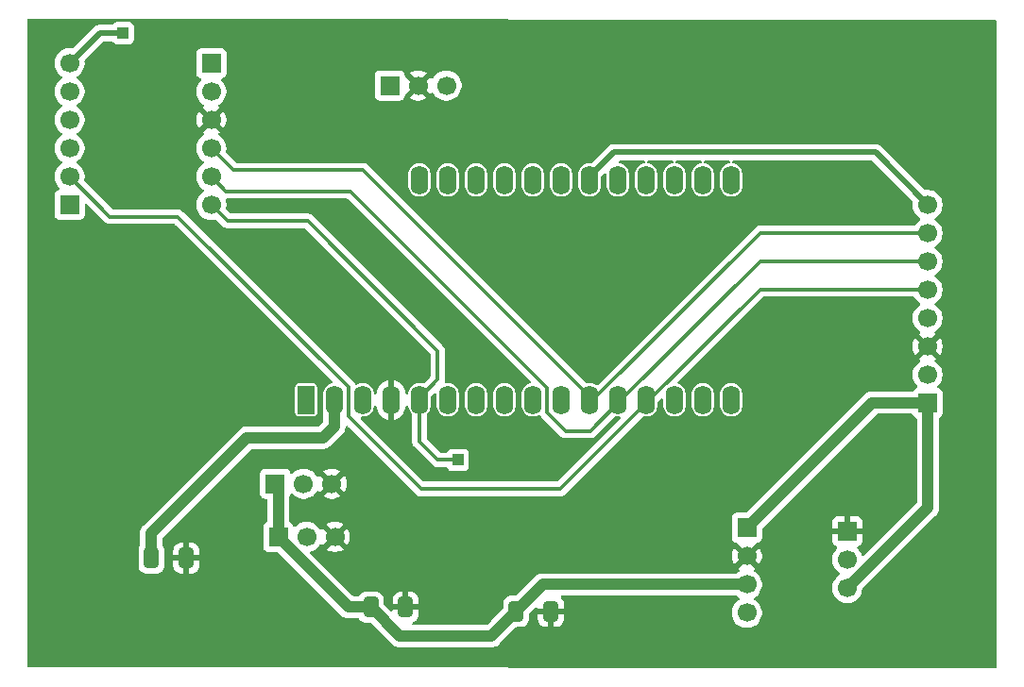
<source format=gtl>
%TF.GenerationSoftware,KiCad,Pcbnew,9.0.6*%
%TF.CreationDate,2025-11-22T22:40:17-08:00*%
%TF.ProjectId,A_Team_ECE411,415f5465-616d-45f4-9543-453431312e6b,4*%
%TF.SameCoordinates,Original*%
%TF.FileFunction,Copper,L1,Top*%
%TF.FilePolarity,Positive*%
%FSLAX46Y46*%
G04 Gerber Fmt 4.6, Leading zero omitted, Abs format (unit mm)*
G04 Created by KiCad (PCBNEW 9.0.6) date 2025-11-22 22:40:17*
%MOMM*%
%LPD*%
G01*
G04 APERTURE LIST*
G04 Aperture macros list*
%AMRoundRect*
0 Rectangle with rounded corners*
0 $1 Rounding radius*
0 $2 $3 $4 $5 $6 $7 $8 $9 X,Y pos of 4 corners*
0 Add a 4 corners polygon primitive as box body*
4,1,4,$2,$3,$4,$5,$6,$7,$8,$9,$2,$3,0*
0 Add four circle primitives for the rounded corners*
1,1,$1+$1,$2,$3*
1,1,$1+$1,$4,$5*
1,1,$1+$1,$6,$7*
1,1,$1+$1,$8,$9*
0 Add four rect primitives between the rounded corners*
20,1,$1+$1,$2,$3,$4,$5,0*
20,1,$1+$1,$4,$5,$6,$7,0*
20,1,$1+$1,$6,$7,$8,$9,0*
20,1,$1+$1,$8,$9,$2,$3,0*%
G04 Aperture macros list end*
%TA.AperFunction,ComponentPad*%
%ADD10R,1.700000X1.700000*%
%TD*%
%TA.AperFunction,ComponentPad*%
%ADD11C,1.700000*%
%TD*%
%TA.AperFunction,SMDPad,CuDef*%
%ADD12RoundRect,0.250000X-0.412500X-0.650000X0.412500X-0.650000X0.412500X0.650000X-0.412500X0.650000X0*%
%TD*%
%TA.AperFunction,ComponentPad*%
%ADD13RoundRect,0.250000X0.550000X-1.050000X0.550000X1.050000X-0.550000X1.050000X-0.550000X-1.050000X0*%
%TD*%
%TA.AperFunction,ComponentPad*%
%ADD14O,1.600000X2.600000*%
%TD*%
%TA.AperFunction,ComponentPad*%
%ADD15R,1.000000X1.000000*%
%TD*%
%TA.AperFunction,ViaPad*%
%ADD16C,0.600000*%
%TD*%
%TA.AperFunction,Conductor*%
%ADD17C,0.300000*%
%TD*%
%TA.AperFunction,Conductor*%
%ADD18C,0.200000*%
%TD*%
%TA.AperFunction,Conductor*%
%ADD19C,1.000000*%
%TD*%
%TA.AperFunction,Conductor*%
%ADD20C,0.500000*%
%TD*%
G04 APERTURE END LIST*
D10*
%TO.P,U2,1,VCC*%
%TO.N,+3.3V*%
X221700000Y-102490000D03*
D11*
%TO.P,U2,2,RST*%
%TO.N,/REST*%
X221700000Y-99950000D03*
%TO.P,U2,3,GND*%
%TO.N,GND*%
X221700000Y-97410000D03*
%TO.P,U2,4,IRQ*%
%TO.N,unconnected-(U2-IRQ-Pad4)*%
X221700000Y-94870000D03*
%TO.P,U2,5,MISO/SCL/TX*%
%TO.N,/MISO*%
X221700000Y-92330000D03*
%TO.P,U2,6,MOSI*%
%TO.N,/MOSI*%
X221700000Y-89790000D03*
%TO.P,U2,7,SCK*%
%TO.N,/SCK*%
X221700000Y-87250000D03*
%TO.P,U2,8,SS/SDA/RX*%
%TO.N,/IO10*%
X221700000Y-84710000D03*
%TD*%
D10*
%TO.P,JP2,1,1*%
%TO.N,/CS*%
X144800000Y-84700000D03*
D11*
%TO.P,JP2,2,2*%
%TO.N,/MISO*%
X144800000Y-82160000D03*
%TO.P,JP2,3,3*%
%TO.N,/ADC1*%
X144800000Y-79620000D03*
%TO.P,JP2,4,4*%
%TO.N,/ADC2*%
X144800000Y-77080000D03*
%TO.P,JP2,5,5*%
%TO.N,/ADC3*%
X144800000Y-74540000D03*
%TO.P,JP2,6,6*%
%TO.N,/INT2*%
X144800000Y-72000000D03*
%TD*%
D12*
%TO.P,C1,1*%
%TO.N,+3.3V*%
X152137500Y-116400000D03*
%TO.P,C1,2*%
%TO.N,GND*%
X155262500Y-116400000D03*
%TD*%
D10*
%TO.P,D4,1,VDD*%
%TO.N,+5V*%
X163500000Y-114500000D03*
D11*
%TO.P,D4,2,DIN*%
%TO.N,Net-(A1-A2)*%
X166040000Y-114500000D03*
%TO.P,D4,3,GND*%
%TO.N,GND*%
X168580000Y-114500000D03*
%TD*%
D12*
%TO.P,C3,1*%
%TO.N,+5V*%
X171800000Y-120800000D03*
%TO.P,C3,2*%
%TO.N,GND*%
X174925000Y-120800000D03*
%TD*%
D13*
%TO.P,A1,1,~{RESET}*%
%TO.N,/REST*%
X166000000Y-102200000D03*
D14*
%TO.P,A1,2,3V3*%
%TO.N,+3.3V*%
X168540000Y-102200000D03*
%TO.P,A1,3,3V3*%
%TO.N,Net-(A1-3V3-Pad3)*%
X171080000Y-102200000D03*
%TO.P,A1,4,GND*%
%TO.N,GND*%
X173620000Y-102200000D03*
%TO.P,A1,5,A0*%
%TO.N,/A0*%
X176160000Y-102200000D03*
%TO.P,A1,6,A1*%
%TO.N,/IO11*%
X178700000Y-102200000D03*
%TO.P,A1,7,A2*%
%TO.N,Net-(A1-A2)*%
X181240000Y-102200000D03*
%TO.P,A1,8,A3*%
%TO.N,unconnected-(A1-A3-Pad8)*%
X183780000Y-102200000D03*
%TO.P,A1,9,A4*%
%TO.N,unconnected-(A1-A4-Pad9)*%
X186320000Y-102200000D03*
%TO.P,A1,10,A5*%
%TO.N,unconnected-(A1-A5-Pad10)*%
X188860000Y-102200000D03*
%TO.P,A1,11,SCK*%
%TO.N,/SCK*%
X191400000Y-102200000D03*
%TO.P,A1,12,MOSI*%
%TO.N,/MOSI*%
X193940000Y-102200000D03*
%TO.P,A1,13,MISO*%
%TO.N,/MISO*%
X196480000Y-102200000D03*
%TO.P,A1,14,RX*%
%TO.N,unconnected-(A1-RX-Pad14)*%
X199020000Y-102200000D03*
%TO.P,A1,15,TX*%
%TO.N,unconnected-(A1-TX-Pad15)*%
X201560000Y-102200000D03*
%TO.P,A1,16,DB*%
%TO.N,unconnected-(A1-DB-Pad16)*%
X204100000Y-102200000D03*
%TO.P,A1,17,SDA/IO3*%
%TO.N,unconnected-(A1-SDA{slash}IO3-Pad17)*%
X204100000Y-82480000D03*
%TO.P,A1,18,SCL/IO4*%
%TO.N,unconnected-(A1-SCL{slash}IO4-Pad18)*%
X201560000Y-82480000D03*
%TO.P,A1,19,IO5*%
%TO.N,unconnected-(A1-IO5-Pad19)*%
X199020000Y-82480000D03*
%TO.P,A1,20,IO6*%
%TO.N,/IO6*%
X196480000Y-82480000D03*
%TO.P,A1,21,IO9*%
%TO.N,/CS*%
X193940000Y-82480000D03*
%TO.P,A1,22,IO10*%
%TO.N,/IO10*%
X191400000Y-82480000D03*
%TO.P,A1,23,IO11*%
%TO.N,unconnected-(A1-IO11-Pad23)*%
X188860000Y-82480000D03*
%TO.P,A1,24,IO12*%
%TO.N,unconnected-(A1-IO12-Pad24)*%
X186320000Y-82480000D03*
%TO.P,A1,25,IO13*%
%TO.N,unconnected-(A1-IO13-Pad25)*%
X183780000Y-82480000D03*
%TO.P,A1,26,VBUS*%
%TO.N,unconnected-(A1-VBUS-Pad26)*%
X181240000Y-82480000D03*
%TO.P,A1,27,EN*%
%TO.N,Net-(A1-EN)*%
X178700000Y-82480000D03*
%TO.P,A1,28,VBAT*%
%TO.N,unconnected-(A1-VBAT-Pad28)*%
X176160000Y-82480000D03*
%TD*%
D15*
%TO.P,TP1,1,1*%
%TO.N,/INT2*%
X149600000Y-69300000D03*
%TD*%
D10*
%TO.P,D1,1,VDD*%
%TO.N,+5V*%
X163230000Y-109730000D03*
D11*
%TO.P,D1,2,DIN*%
%TO.N,/IO11*%
X165770000Y-109730000D03*
%TO.P,D1,3,GND*%
%TO.N,GND*%
X168310000Y-109730000D03*
%TD*%
D15*
%TO.P,TP2,1,1*%
%TO.N,/A0*%
X179600000Y-107600000D03*
%TD*%
D10*
%TO.P,SW2,1,A*%
%TO.N,Net-(A1-EN)*%
X173500000Y-74000000D03*
D11*
%TO.P,SW2,2,B*%
%TO.N,GND*%
X176040000Y-74000000D03*
%TO.P,SW2,3,C*%
%TO.N,unconnected-(SW2-C-Pad3)*%
X178580000Y-74000000D03*
%TD*%
D10*
%TO.P,IC1,1,VIN*%
%TO.N,+3.3V*%
X205500000Y-113690000D03*
D11*
%TO.P,IC1,2,GND*%
%TO.N,GND*%
X205500000Y-116230000D03*
%TO.P,IC1,3,VOUT*%
%TO.N,+5V*%
X205500000Y-118770000D03*
%TO.P,IC1,4,EN*%
%TO.N,/IO6*%
X205500000Y-121310000D03*
%TD*%
%TO.P,SW1,2,B*%
%TO.N,/IO6*%
X214500000Y-116540000D03*
%TO.P,SW1,3,3V*%
%TO.N,+3.3V*%
X214500000Y-119080000D03*
D10*
%TO.P,SW1,1,GND*%
%TO.N,GND*%
X214500000Y-114000000D03*
%TD*%
D12*
%TO.P,C2,1*%
%TO.N,+5V*%
X184818750Y-121181250D03*
%TO.P,C2,2*%
%TO.N,GND*%
X187943750Y-121181250D03*
%TD*%
D10*
%TO.P,JP3,1,1*%
%TO.N,Net-(A1-3V3-Pad3)*%
X157500000Y-72000000D03*
D11*
%TO.P,JP3,2,2*%
%TO.N,unconnected-(JP3-Pad2)*%
X157500000Y-74540000D03*
%TO.P,JP3,3,3*%
%TO.N,GND*%
X157500000Y-77080000D03*
%TO.P,JP3,4,4*%
%TO.N,/SCK*%
X157500000Y-79620000D03*
%TO.P,JP3,5,5*%
%TO.N,/MOSI*%
X157500000Y-82160000D03*
%TO.P,JP3,6,6*%
%TO.N,/A0*%
X157500000Y-84700000D03*
%TD*%
D16*
%TO.N,GND*%
X217500000Y-84800000D03*
X171500000Y-97500000D03*
X208500000Y-116500000D03*
X179300000Y-97300000D03*
X175700000Y-98300000D03*
X170730000Y-109730000D03*
X173600000Y-104800000D03*
X182400000Y-99100000D03*
X187600000Y-71800000D03*
X185000000Y-109000000D03*
X219500000Y-73500000D03*
X156500000Y-105000000D03*
X168000000Y-107000000D03*
X214500000Y-110100000D03*
X150500000Y-105000000D03*
X205500000Y-105500000D03*
X171500000Y-115500000D03*
%TD*%
D17*
%TO.N,/MOSI*%
X193940000Y-102500000D02*
X191440000Y-105000000D01*
X170000000Y-83500000D02*
X158840000Y-83500000D01*
X187600000Y-103300000D02*
X187600000Y-101100000D01*
X191440000Y-105000000D02*
X189300000Y-105000000D01*
X189300000Y-105000000D02*
X187600000Y-103300000D01*
X187600000Y-101100000D02*
X170000000Y-83500000D01*
X158840000Y-83500000D02*
X157500000Y-82160000D01*
%TO.N,/A0*%
X179600000Y-107600000D02*
X177800000Y-107600000D01*
X177800000Y-107600000D02*
X176160000Y-105960000D01*
X176160000Y-105960000D02*
X176160000Y-102500000D01*
%TO.N,/MISO*%
X169800000Y-101064951D02*
X169800000Y-103700000D01*
X188780000Y-110200000D02*
X196480000Y-102500000D01*
X169800000Y-103700000D02*
X176300000Y-110200000D01*
X144800000Y-82160000D02*
X148404951Y-85764951D01*
X148404951Y-85764951D02*
X154500000Y-85764951D01*
X154500000Y-85764951D02*
X169800000Y-101064951D01*
X176300000Y-110200000D02*
X188780000Y-110200000D01*
D18*
%TO.N,/IO11*%
X179000000Y-102800000D02*
X178700000Y-102500000D01*
D17*
%TO.N,/MOSI*%
X206690000Y-89750000D02*
X221740000Y-89750000D01*
X193940000Y-102500000D02*
X206690000Y-89750000D01*
D19*
%TO.N,+3.3V*%
X221740000Y-111840000D02*
X214500000Y-119080000D01*
X167500000Y-105600000D02*
X160700000Y-105600000D01*
X205500000Y-113690000D02*
X216740000Y-102450000D01*
X221740000Y-102450000D02*
X221740000Y-111840000D01*
X168540000Y-104560000D02*
X167500000Y-105600000D01*
X216740000Y-102450000D02*
X221740000Y-102450000D01*
X168540000Y-102500000D02*
X168540000Y-104560000D01*
X160700000Y-105600000D02*
X152137500Y-114162500D01*
X152137500Y-114162500D02*
X152137500Y-116400000D01*
D17*
%TO.N,/A0*%
X158950000Y-86150000D02*
X166150000Y-86150000D01*
X176160000Y-102040000D02*
X176160000Y-102500000D01*
X177800000Y-97800000D02*
X177800000Y-100400000D01*
X157500000Y-84700000D02*
X158950000Y-86150000D01*
X166150000Y-86150000D02*
X177800000Y-97800000D01*
X177800000Y-100400000D02*
X176160000Y-102040000D01*
%TO.N,/SCK*%
X171100000Y-81600000D02*
X159480000Y-81600000D01*
X159480000Y-81600000D02*
X157500000Y-79620000D01*
X191400000Y-102500000D02*
X206690000Y-87210000D01*
X191400000Y-102500000D02*
X191400000Y-101900000D01*
X206690000Y-87210000D02*
X221740000Y-87210000D01*
X191400000Y-101900000D02*
X171100000Y-81600000D01*
%TO.N,/MISO*%
X196480000Y-102500000D02*
X206690000Y-92290000D01*
X206690000Y-92290000D02*
X221740000Y-92290000D01*
D19*
%TO.N,+5V*%
X174400000Y-123400000D02*
X171800000Y-120800000D01*
X171800000Y-120800000D02*
X169800000Y-120800000D01*
X182600000Y-123400000D02*
X174400000Y-123400000D01*
X163500000Y-114500000D02*
X163500000Y-110000000D01*
X184818750Y-121181250D02*
X182600000Y-123400000D01*
X205500000Y-118770000D02*
X187230000Y-118770000D01*
X187230000Y-118770000D02*
X184818750Y-121181250D01*
X163500000Y-110000000D02*
X163230000Y-109730000D01*
X169800000Y-120800000D02*
X163500000Y-114500000D01*
D20*
%TO.N,/IO10*%
X193580000Y-80000000D02*
X217070000Y-80000000D01*
X191400000Y-82180000D02*
X193580000Y-80000000D01*
X217070000Y-80000000D02*
X221740000Y-84670000D01*
%TO.N,/INT2*%
X147500000Y-69300000D02*
X149600000Y-69300000D01*
X144800000Y-72000000D02*
X147500000Y-69300000D01*
%TD*%
%TA.AperFunction,Conductor*%
%TO.N,GND*%
G36*
X169746231Y-84170185D02*
G01*
X169766873Y-84186819D01*
X186105875Y-100525821D01*
X186139360Y-100587144D01*
X186134376Y-100656836D01*
X186092504Y-100712769D01*
X186042391Y-100735118D01*
X186028173Y-100737946D01*
X186028160Y-100737950D01*
X185846092Y-100813364D01*
X185846079Y-100813371D01*
X185682218Y-100922860D01*
X185682214Y-100922863D01*
X185542863Y-101062214D01*
X185542860Y-101062218D01*
X185433371Y-101226079D01*
X185433364Y-101226092D01*
X185357950Y-101408160D01*
X185357947Y-101408170D01*
X185319500Y-101601456D01*
X185319500Y-101601459D01*
X185319500Y-102798541D01*
X185319500Y-102798543D01*
X185319499Y-102798543D01*
X185357947Y-102991829D01*
X185357950Y-102991839D01*
X185433364Y-103173907D01*
X185433371Y-103173920D01*
X185542860Y-103337781D01*
X185542863Y-103337785D01*
X185682214Y-103477136D01*
X185682218Y-103477139D01*
X185846079Y-103586628D01*
X185846092Y-103586635D01*
X186005814Y-103652793D01*
X186028165Y-103662051D01*
X186028169Y-103662051D01*
X186028170Y-103662052D01*
X186221456Y-103700500D01*
X186221459Y-103700500D01*
X186418543Y-103700500D01*
X186570360Y-103670301D01*
X186611835Y-103662051D01*
X186793914Y-103586632D01*
X186841154Y-103555066D01*
X186907831Y-103534188D01*
X186975211Y-103552672D01*
X187020348Y-103602920D01*
X187020662Y-103602753D01*
X187021343Y-103604028D01*
X187021902Y-103604650D01*
X187023040Y-103607202D01*
X187023531Y-103608121D01*
X187023534Y-103608126D01*
X187023535Y-103608127D01*
X187089438Y-103706760D01*
X187094726Y-103714673D01*
X188885326Y-105505273D01*
X188885329Y-105505275D01*
X188885331Y-105505277D01*
X188991873Y-105576465D01*
X189110256Y-105625501D01*
X189110260Y-105625501D01*
X189110261Y-105625502D01*
X189235928Y-105650500D01*
X189235931Y-105650500D01*
X191504071Y-105650500D01*
X191588615Y-105633682D01*
X191629744Y-105625501D01*
X191748127Y-105576465D01*
X191854669Y-105505277D01*
X193642778Y-103717166D01*
X193704099Y-103683683D01*
X193754649Y-103683232D01*
X193841457Y-103700500D01*
X193841459Y-103700500D01*
X194038543Y-103700500D01*
X194044606Y-103699903D01*
X194044725Y-103701113D01*
X194107918Y-103706760D01*
X194163102Y-103749614D01*
X194186356Y-103815501D01*
X194170298Y-103883500D01*
X194150216Y-103909837D01*
X188546873Y-109513181D01*
X188485550Y-109546666D01*
X188459192Y-109549500D01*
X176620807Y-109549500D01*
X176553768Y-109529815D01*
X176533126Y-109513181D01*
X170932127Y-103912181D01*
X170898642Y-103850858D01*
X170903626Y-103781166D01*
X170945498Y-103725233D01*
X171010962Y-103700816D01*
X171019808Y-103700500D01*
X171178543Y-103700500D01*
X171330360Y-103670301D01*
X171371835Y-103662051D01*
X171553914Y-103586632D01*
X171717782Y-103477139D01*
X171857139Y-103337782D01*
X171966632Y-103173914D01*
X172042051Y-102991835D01*
X172078034Y-102810937D01*
X172110419Y-102749027D01*
X172171134Y-102714453D01*
X172240904Y-102718192D01*
X172297576Y-102759059D01*
X172322124Y-102815731D01*
X172352009Y-103004417D01*
X172415244Y-103199031D01*
X172508140Y-103381349D01*
X172628417Y-103546894D01*
X172628417Y-103546895D01*
X172773104Y-103691582D01*
X172938650Y-103811859D01*
X173120968Y-103904754D01*
X173315578Y-103967988D01*
X173370000Y-103976607D01*
X173370000Y-102933012D01*
X173427007Y-102965925D01*
X173554174Y-103000000D01*
X173685826Y-103000000D01*
X173812993Y-102965925D01*
X173870000Y-102933012D01*
X173870000Y-103976606D01*
X173924421Y-103967988D01*
X174119031Y-103904754D01*
X174301349Y-103811859D01*
X174466894Y-103691582D01*
X174466895Y-103691582D01*
X174611582Y-103546895D01*
X174611582Y-103546894D01*
X174731859Y-103381349D01*
X174824755Y-103199031D01*
X174887990Y-103004417D01*
X174917875Y-102815731D01*
X174947804Y-102752596D01*
X175007116Y-102715665D01*
X175076978Y-102716663D01*
X175135211Y-102755273D01*
X175161965Y-102810937D01*
X175197947Y-102991829D01*
X175197950Y-102991839D01*
X175273364Y-103173907D01*
X175273371Y-103173920D01*
X175382859Y-103337780D01*
X175382860Y-103337781D01*
X175382861Y-103337782D01*
X175473182Y-103428103D01*
X175506666Y-103489424D01*
X175509500Y-103515783D01*
X175509500Y-106024069D01*
X175509500Y-106024071D01*
X175509499Y-106024071D01*
X175534497Y-106149738D01*
X175534499Y-106149744D01*
X175583534Y-106268125D01*
X175654726Y-106374673D01*
X177385327Y-108105274D01*
X177385330Y-108105276D01*
X177449080Y-108147872D01*
X177491873Y-108176465D01*
X177610256Y-108225501D01*
X177610260Y-108225501D01*
X177610261Y-108225502D01*
X177735928Y-108250500D01*
X177735931Y-108250500D01*
X178535859Y-108250500D01*
X178602898Y-108270185D01*
X178648653Y-108322989D01*
X178652030Y-108331140D01*
X178656204Y-108342331D01*
X178656205Y-108342332D01*
X178656206Y-108342335D01*
X178742452Y-108457544D01*
X178742455Y-108457547D01*
X178857664Y-108543793D01*
X178857671Y-108543797D01*
X178992517Y-108594091D01*
X178992516Y-108594091D01*
X178999444Y-108594835D01*
X179052127Y-108600500D01*
X180147872Y-108600499D01*
X180207483Y-108594091D01*
X180342331Y-108543796D01*
X180457546Y-108457546D01*
X180543796Y-108342331D01*
X180594091Y-108207483D01*
X180600500Y-108147873D01*
X180600499Y-107052128D01*
X180594091Y-106992517D01*
X180543796Y-106857669D01*
X180543795Y-106857668D01*
X180543793Y-106857664D01*
X180457547Y-106742455D01*
X180457544Y-106742452D01*
X180342335Y-106656206D01*
X180342328Y-106656202D01*
X180207482Y-106605908D01*
X180207483Y-106605908D01*
X180147883Y-106599501D01*
X180147881Y-106599500D01*
X180147873Y-106599500D01*
X180147864Y-106599500D01*
X179052129Y-106599500D01*
X179052123Y-106599501D01*
X178992516Y-106605908D01*
X178857671Y-106656202D01*
X178857664Y-106656206D01*
X178742455Y-106742452D01*
X178742452Y-106742455D01*
X178656206Y-106857664D01*
X178656204Y-106857668D01*
X178656204Y-106857669D01*
X178652039Y-106868834D01*
X178610171Y-106924766D01*
X178544707Y-106949184D01*
X178535859Y-106949500D01*
X178120808Y-106949500D01*
X178053769Y-106929815D01*
X178033127Y-106913181D01*
X176846819Y-105726873D01*
X176813334Y-105665550D01*
X176810500Y-105639192D01*
X176810500Y-103515783D01*
X176830185Y-103448744D01*
X176846814Y-103428106D01*
X176937139Y-103337782D01*
X177046632Y-103173914D01*
X177122051Y-102991835D01*
X177158034Y-102810938D01*
X177160500Y-102798543D01*
X177160500Y-102010807D01*
X177180185Y-101943768D01*
X177196815Y-101923130D01*
X177487819Y-101632125D01*
X177549142Y-101598641D01*
X177618834Y-101603625D01*
X177674767Y-101645497D01*
X177699184Y-101710961D01*
X177699500Y-101719807D01*
X177699500Y-102798541D01*
X177699500Y-102798543D01*
X177699499Y-102798543D01*
X177737947Y-102991829D01*
X177737950Y-102991839D01*
X177813364Y-103173907D01*
X177813371Y-103173920D01*
X177922860Y-103337781D01*
X177922863Y-103337785D01*
X178062214Y-103477136D01*
X178062218Y-103477139D01*
X178226079Y-103586628D01*
X178226092Y-103586635D01*
X178385814Y-103652793D01*
X178408165Y-103662051D01*
X178408169Y-103662051D01*
X178408170Y-103662052D01*
X178601456Y-103700500D01*
X178601459Y-103700500D01*
X178798543Y-103700500D01*
X178950360Y-103670301D01*
X178991835Y-103662051D01*
X179173914Y-103586632D01*
X179337782Y-103477139D01*
X179477139Y-103337782D01*
X179586632Y-103173914D01*
X179662051Y-102991835D01*
X179698034Y-102810938D01*
X179700500Y-102798543D01*
X180239499Y-102798543D01*
X180277947Y-102991829D01*
X180277950Y-102991839D01*
X180353364Y-103173907D01*
X180353371Y-103173920D01*
X180462860Y-103337781D01*
X180462863Y-103337785D01*
X180602214Y-103477136D01*
X180602218Y-103477139D01*
X180766079Y-103586628D01*
X180766092Y-103586635D01*
X180925814Y-103652793D01*
X180948165Y-103662051D01*
X180948169Y-103662051D01*
X180948170Y-103662052D01*
X181141456Y-103700500D01*
X181141459Y-103700500D01*
X181338543Y-103700500D01*
X181490360Y-103670301D01*
X181531835Y-103662051D01*
X181713914Y-103586632D01*
X181877782Y-103477139D01*
X182017139Y-103337782D01*
X182126632Y-103173914D01*
X182202051Y-102991835D01*
X182238034Y-102810938D01*
X182240500Y-102798543D01*
X182779499Y-102798543D01*
X182817947Y-102991829D01*
X182817950Y-102991839D01*
X182893364Y-103173907D01*
X182893371Y-103173920D01*
X183002860Y-103337781D01*
X183002863Y-103337785D01*
X183142214Y-103477136D01*
X183142218Y-103477139D01*
X183306079Y-103586628D01*
X183306092Y-103586635D01*
X183465814Y-103652793D01*
X183488165Y-103662051D01*
X183488169Y-103662051D01*
X183488170Y-103662052D01*
X183681456Y-103700500D01*
X183681459Y-103700500D01*
X183878543Y-103700500D01*
X184030360Y-103670301D01*
X184071835Y-103662051D01*
X184253914Y-103586632D01*
X184417782Y-103477139D01*
X184557139Y-103337782D01*
X184666632Y-103173914D01*
X184742051Y-102991835D01*
X184778034Y-102810938D01*
X184780500Y-102798543D01*
X184780500Y-101601456D01*
X184742052Y-101408170D01*
X184742051Y-101408169D01*
X184742051Y-101408165D01*
X184737704Y-101397671D01*
X184666635Y-101226092D01*
X184666628Y-101226079D01*
X184557139Y-101062218D01*
X184557136Y-101062214D01*
X184417785Y-100922863D01*
X184417781Y-100922860D01*
X184253920Y-100813371D01*
X184253907Y-100813364D01*
X184071839Y-100737950D01*
X184071829Y-100737947D01*
X183878543Y-100699500D01*
X183878541Y-100699500D01*
X183681459Y-100699500D01*
X183681457Y-100699500D01*
X183488170Y-100737947D01*
X183488160Y-100737950D01*
X183306092Y-100813364D01*
X183306079Y-100813371D01*
X183142218Y-100922860D01*
X183142214Y-100922863D01*
X183002863Y-101062214D01*
X183002860Y-101062218D01*
X182893371Y-101226079D01*
X182893364Y-101226092D01*
X182817950Y-101408160D01*
X182817947Y-101408170D01*
X182779500Y-101601456D01*
X182779500Y-101601459D01*
X182779500Y-102798541D01*
X182779500Y-102798543D01*
X182779499Y-102798543D01*
X182240500Y-102798543D01*
X182240500Y-101601456D01*
X182202052Y-101408170D01*
X182202051Y-101408169D01*
X182202051Y-101408165D01*
X182197704Y-101397671D01*
X182126635Y-101226092D01*
X182126628Y-101226079D01*
X182017139Y-101062218D01*
X182017136Y-101062214D01*
X181877785Y-100922863D01*
X181877781Y-100922860D01*
X181713920Y-100813371D01*
X181713907Y-100813364D01*
X181531839Y-100737950D01*
X181531829Y-100737947D01*
X181338543Y-100699500D01*
X181338541Y-100699500D01*
X181141459Y-100699500D01*
X181141457Y-100699500D01*
X180948170Y-100737947D01*
X180948160Y-100737950D01*
X180766092Y-100813364D01*
X180766079Y-100813371D01*
X180602218Y-100922860D01*
X180602214Y-100922863D01*
X180462863Y-101062214D01*
X180462860Y-101062218D01*
X180353371Y-101226079D01*
X180353364Y-101226092D01*
X180277950Y-101408160D01*
X180277947Y-101408170D01*
X180239500Y-101601456D01*
X180239500Y-101601459D01*
X180239500Y-102798541D01*
X180239500Y-102798543D01*
X180239499Y-102798543D01*
X179700500Y-102798543D01*
X179700500Y-101601456D01*
X179662052Y-101408170D01*
X179662051Y-101408169D01*
X179662051Y-101408165D01*
X179657704Y-101397671D01*
X179586635Y-101226092D01*
X179586628Y-101226079D01*
X179477139Y-101062218D01*
X179477136Y-101062214D01*
X179337785Y-100922863D01*
X179337781Y-100922860D01*
X179173920Y-100813371D01*
X179173907Y-100813364D01*
X178991839Y-100737950D01*
X178991829Y-100737947D01*
X178798543Y-100699500D01*
X178798541Y-100699500D01*
X178601459Y-100699500D01*
X178577533Y-100704259D01*
X178544864Y-100701334D01*
X178512090Y-100699578D01*
X178510226Y-100698234D01*
X178507942Y-100698030D01*
X178482038Y-100677907D01*
X178455418Y-100658711D01*
X178454577Y-100656575D01*
X178452765Y-100655167D01*
X178441853Y-100624236D01*
X178429836Y-100593693D01*
X178429999Y-100590634D01*
X178429521Y-100589277D01*
X178431726Y-100558449D01*
X178438671Y-100523535D01*
X178438671Y-100523534D01*
X178450500Y-100464070D01*
X178450500Y-97735928D01*
X178425502Y-97610261D01*
X178425501Y-97610260D01*
X178425501Y-97610256D01*
X178376465Y-97491873D01*
X178305277Y-97385331D01*
X178305275Y-97385329D01*
X178305273Y-97385326D01*
X166564673Y-85644726D01*
X166564669Y-85644723D01*
X166458127Y-85573535D01*
X166339744Y-85524499D01*
X166339738Y-85524497D01*
X166214071Y-85499500D01*
X166214069Y-85499500D01*
X159270808Y-85499500D01*
X159203769Y-85479815D01*
X159183127Y-85463181D01*
X158850657Y-85130711D01*
X158817172Y-85069388D01*
X158817689Y-85021245D01*
X158816484Y-85021055D01*
X158850500Y-84806286D01*
X158850500Y-84593713D01*
X158817246Y-84383757D01*
X158794195Y-84312816D01*
X158792201Y-84242977D01*
X158828281Y-84183144D01*
X158890982Y-84152316D01*
X158912127Y-84150500D01*
X169679192Y-84150500D01*
X169746231Y-84170185D01*
G37*
%TD.AperFunction*%
%TA.AperFunction,Conductor*%
G36*
X227775329Y-68099790D02*
G01*
X227842346Y-68119551D01*
X227888041Y-68172407D01*
X227899188Y-68223852D01*
X227870298Y-126124766D01*
X227850580Y-126191796D01*
X227797753Y-126237524D01*
X227746157Y-126248704D01*
X141124359Y-126150293D01*
X141057342Y-126130532D01*
X141011647Y-126077676D01*
X141000500Y-126026293D01*
X141000500Y-101095730D01*
X164999500Y-101095730D01*
X164999500Y-103304269D01*
X165002353Y-103334699D01*
X165002353Y-103334701D01*
X165042874Y-103450500D01*
X165047207Y-103462882D01*
X165127850Y-103572150D01*
X165237118Y-103652793D01*
X165279845Y-103667744D01*
X165365299Y-103697646D01*
X165395730Y-103700500D01*
X165395734Y-103700500D01*
X166604270Y-103700500D01*
X166634699Y-103697646D01*
X166634701Y-103697646D01*
X166698790Y-103675219D01*
X166762882Y-103652793D01*
X166872150Y-103572150D01*
X166952793Y-103462882D01*
X166981323Y-103381349D01*
X166997646Y-103334701D01*
X166997646Y-103334699D01*
X167000500Y-103304269D01*
X167000500Y-101095730D01*
X166997646Y-101065300D01*
X166997646Y-101065298D01*
X166952793Y-100937119D01*
X166952792Y-100937117D01*
X166949433Y-100932566D01*
X166872150Y-100827850D01*
X166762882Y-100747207D01*
X166762880Y-100747206D01*
X166634700Y-100702353D01*
X166604270Y-100699500D01*
X166604266Y-100699500D01*
X165395734Y-100699500D01*
X165395730Y-100699500D01*
X165365300Y-100702353D01*
X165365298Y-100702353D01*
X165237119Y-100747206D01*
X165237117Y-100747207D01*
X165127850Y-100827850D01*
X165047207Y-100937117D01*
X165047206Y-100937119D01*
X165002353Y-101065298D01*
X165002353Y-101065300D01*
X164999500Y-101095730D01*
X141000500Y-101095730D01*
X141000500Y-71893713D01*
X143449500Y-71893713D01*
X143449500Y-72106286D01*
X143482753Y-72316239D01*
X143548444Y-72518414D01*
X143644951Y-72707820D01*
X143769890Y-72879786D01*
X143920213Y-73030109D01*
X144092182Y-73155050D01*
X144100946Y-73159516D01*
X144151742Y-73207491D01*
X144168536Y-73275312D01*
X144145998Y-73341447D01*
X144100946Y-73380484D01*
X144092182Y-73384949D01*
X143920213Y-73509890D01*
X143769890Y-73660213D01*
X143644951Y-73832179D01*
X143548444Y-74021585D01*
X143548443Y-74021587D01*
X143548443Y-74021588D01*
X143515598Y-74122672D01*
X143482753Y-74223760D01*
X143449500Y-74433713D01*
X143449500Y-74646286D01*
X143473786Y-74799626D01*
X143482754Y-74856243D01*
X143496281Y-74897876D01*
X143548444Y-75058414D01*
X143644951Y-75247820D01*
X143769890Y-75419786D01*
X143920213Y-75570109D01*
X144092182Y-75695050D01*
X144100946Y-75699516D01*
X144151742Y-75747491D01*
X144168536Y-75815312D01*
X144145998Y-75881447D01*
X144100946Y-75920484D01*
X144092182Y-75924949D01*
X143920213Y-76049890D01*
X143769890Y-76200213D01*
X143644951Y-76372179D01*
X143548444Y-76561585D01*
X143482753Y-76763760D01*
X143449500Y-76973713D01*
X143449500Y-77186286D01*
X143482753Y-77396239D01*
X143548444Y-77598414D01*
X143644951Y-77787820D01*
X143769890Y-77959786D01*
X143920213Y-78110109D01*
X144092182Y-78235050D01*
X144100946Y-78239516D01*
X144151742Y-78287491D01*
X144168536Y-78355312D01*
X144145998Y-78421447D01*
X144100946Y-78460484D01*
X144092182Y-78464949D01*
X143920213Y-78589890D01*
X143769890Y-78740213D01*
X143644951Y-78912179D01*
X143548444Y-79101585D01*
X143482753Y-79303760D01*
X143449500Y-79513713D01*
X143449500Y-79726287D01*
X143482754Y-79936243D01*
X143484379Y-79941245D01*
X143548444Y-80138414D01*
X143644951Y-80327820D01*
X143769890Y-80499786D01*
X143920213Y-80650109D01*
X144092182Y-80775050D01*
X144100946Y-80779516D01*
X144151742Y-80827491D01*
X144168536Y-80895312D01*
X144145998Y-80961447D01*
X144100946Y-81000484D01*
X144092182Y-81004949D01*
X143920213Y-81129890D01*
X143769890Y-81280213D01*
X143644951Y-81452179D01*
X143548444Y-81641585D01*
X143482753Y-81843760D01*
X143476214Y-81885047D01*
X143449500Y-82053713D01*
X143449500Y-82266287D01*
X143482754Y-82476243D01*
X143519947Y-82590712D01*
X143548444Y-82678414D01*
X143644951Y-82867820D01*
X143769890Y-83039786D01*
X143883430Y-83153326D01*
X143916915Y-83214649D01*
X143911931Y-83284341D01*
X143870059Y-83340274D01*
X143839083Y-83357189D01*
X143707669Y-83406203D01*
X143707664Y-83406206D01*
X143592455Y-83492452D01*
X143592452Y-83492455D01*
X143506206Y-83607664D01*
X143506202Y-83607671D01*
X143455908Y-83742517D01*
X143449501Y-83802116D01*
X143449500Y-83802135D01*
X143449500Y-85597870D01*
X143449501Y-85597876D01*
X143455908Y-85657483D01*
X143506202Y-85792328D01*
X143506206Y-85792335D01*
X143592452Y-85907544D01*
X143592455Y-85907547D01*
X143707664Y-85993793D01*
X143707671Y-85993797D01*
X143842517Y-86044091D01*
X143842516Y-86044091D01*
X143849444Y-86044835D01*
X143902127Y-86050500D01*
X145697872Y-86050499D01*
X145757483Y-86044091D01*
X145892331Y-85993796D01*
X146007546Y-85907546D01*
X146093796Y-85792331D01*
X146144091Y-85657483D01*
X146150500Y-85597873D01*
X146150499Y-84729806D01*
X146170183Y-84662768D01*
X146222987Y-84617013D01*
X146292146Y-84607069D01*
X146355702Y-84636094D01*
X146362180Y-84642126D01*
X147990276Y-86270223D01*
X147990282Y-86270228D01*
X148096825Y-86341417D01*
X148166172Y-86370140D01*
X148215207Y-86390452D01*
X148215210Y-86390452D01*
X148215211Y-86390453D01*
X148340879Y-86415451D01*
X148340882Y-86415451D01*
X154179192Y-86415451D01*
X154246231Y-86435136D01*
X154266873Y-86451770D01*
X168338427Y-100523324D01*
X168371912Y-100584647D01*
X168366928Y-100654339D01*
X168325056Y-100710272D01*
X168274942Y-100732622D01*
X168248164Y-100737949D01*
X168248160Y-100737950D01*
X168066092Y-100813364D01*
X168066079Y-100813371D01*
X167902218Y-100922860D01*
X167902214Y-100922863D01*
X167762863Y-101062214D01*
X167762860Y-101062218D01*
X167653371Y-101226079D01*
X167653364Y-101226092D01*
X167577950Y-101408160D01*
X167577947Y-101408170D01*
X167539500Y-101601456D01*
X167539500Y-104094218D01*
X167519815Y-104161257D01*
X167503181Y-104181899D01*
X167121899Y-104563181D01*
X167060576Y-104596666D01*
X167034218Y-104599500D01*
X160601454Y-104599500D01*
X160569391Y-104605876D01*
X160569392Y-104605877D01*
X160408170Y-104637946D01*
X160408164Y-104637948D01*
X160226088Y-104713366D01*
X160226079Y-104713371D01*
X160062219Y-104822859D01*
X160062215Y-104822862D01*
X153510862Y-111374217D01*
X151499720Y-113385359D01*
X151499718Y-113385361D01*
X151430038Y-113455040D01*
X151360359Y-113524719D01*
X151250871Y-113688579D01*
X151250864Y-113688592D01*
X151209466Y-113788540D01*
X151183058Y-113852297D01*
X151178949Y-113862216D01*
X151178946Y-113862223D01*
X151175450Y-113870660D01*
X151175447Y-113870669D01*
X151137000Y-114063956D01*
X151137000Y-115238538D01*
X151118539Y-115303634D01*
X151040189Y-115430659D01*
X151040185Y-115430668D01*
X151027721Y-115468282D01*
X150985001Y-115597203D01*
X150985001Y-115597204D01*
X150985000Y-115597204D01*
X150974500Y-115699983D01*
X150974500Y-117100001D01*
X150974501Y-117100018D01*
X150985000Y-117202796D01*
X150985001Y-117202799D01*
X151040185Y-117369331D01*
X151040187Y-117369336D01*
X151049618Y-117384626D01*
X151132288Y-117518656D01*
X151256344Y-117642712D01*
X151405666Y-117734814D01*
X151572203Y-117789999D01*
X151674991Y-117800500D01*
X152600008Y-117800499D01*
X152600016Y-117800498D01*
X152600019Y-117800498D01*
X152656302Y-117794748D01*
X152702797Y-117789999D01*
X152869334Y-117734814D01*
X153018656Y-117642712D01*
X153142712Y-117518656D01*
X153234814Y-117369334D01*
X153289999Y-117202797D01*
X153300500Y-117100009D01*
X153300500Y-117099986D01*
X154100001Y-117099986D01*
X154110494Y-117202697D01*
X154165641Y-117369119D01*
X154165643Y-117369124D01*
X154257684Y-117518345D01*
X154381654Y-117642315D01*
X154530875Y-117734356D01*
X154530880Y-117734358D01*
X154697302Y-117789505D01*
X154697309Y-117789506D01*
X154800019Y-117799999D01*
X155012499Y-117799999D01*
X155512500Y-117799999D01*
X155724972Y-117799999D01*
X155724986Y-117799998D01*
X155827697Y-117789505D01*
X155994119Y-117734358D01*
X155994124Y-117734356D01*
X156143345Y-117642315D01*
X156267315Y-117518345D01*
X156359356Y-117369124D01*
X156359358Y-117369119D01*
X156414505Y-117202697D01*
X156414506Y-117202690D01*
X156424999Y-117099986D01*
X156425000Y-117099973D01*
X156425000Y-116650000D01*
X155512500Y-116650000D01*
X155512500Y-117799999D01*
X155012499Y-117799999D01*
X155012500Y-117799998D01*
X155012500Y-116650000D01*
X154100001Y-116650000D01*
X154100001Y-117099986D01*
X153300500Y-117099986D01*
X153300499Y-116336246D01*
X153300499Y-115700013D01*
X154100000Y-115700013D01*
X154100000Y-116150000D01*
X155012500Y-116150000D01*
X155512500Y-116150000D01*
X156424999Y-116150000D01*
X156424999Y-115700028D01*
X156424998Y-115700013D01*
X156414505Y-115597302D01*
X156359358Y-115430880D01*
X156359356Y-115430875D01*
X156267315Y-115281654D01*
X156143345Y-115157684D01*
X155994124Y-115065643D01*
X155994119Y-115065641D01*
X155827697Y-115010494D01*
X155827690Y-115010493D01*
X155724986Y-115000000D01*
X155512500Y-115000000D01*
X155512500Y-116150000D01*
X155012500Y-116150000D01*
X155012500Y-115000000D01*
X154800029Y-115000000D01*
X154800012Y-115000001D01*
X154697302Y-115010494D01*
X154530880Y-115065641D01*
X154530875Y-115065643D01*
X154381654Y-115157684D01*
X154257684Y-115281654D01*
X154165643Y-115430875D01*
X154165641Y-115430880D01*
X154110494Y-115597302D01*
X154110493Y-115597309D01*
X154100000Y-115700013D01*
X153300499Y-115700013D01*
X153300499Y-115699998D01*
X153300498Y-115699981D01*
X153289999Y-115597203D01*
X153289998Y-115597200D01*
X153267765Y-115530105D01*
X153234814Y-115430666D01*
X153214587Y-115397872D01*
X153156461Y-115303634D01*
X153138000Y-115238538D01*
X153138000Y-114628282D01*
X153157685Y-114561243D01*
X153174319Y-114540601D01*
X158973796Y-108741125D01*
X161078102Y-106636819D01*
X161139425Y-106603334D01*
X161165783Y-106600500D01*
X167598542Y-106600500D01*
X167629566Y-106594328D01*
X167695188Y-106581275D01*
X167791836Y-106562051D01*
X167845165Y-106539961D01*
X167973914Y-106486632D01*
X168137782Y-106377139D01*
X168277139Y-106237782D01*
X168277140Y-106237779D01*
X168284206Y-106230714D01*
X168284209Y-106230710D01*
X169177778Y-105337141D01*
X169177782Y-105337139D01*
X169317139Y-105197782D01*
X169426632Y-105033914D01*
X169502051Y-104851835D01*
X169540500Y-104658541D01*
X169541097Y-104652481D01*
X169542607Y-104652629D01*
X169560185Y-104592768D01*
X169612989Y-104547013D01*
X169682147Y-104537069D01*
X169745703Y-104566094D01*
X169752181Y-104572126D01*
X175794724Y-110614669D01*
X175841795Y-110661740D01*
X175885332Y-110705277D01*
X175991866Y-110776461D01*
X175991872Y-110776464D01*
X175991873Y-110776465D01*
X176110256Y-110825501D01*
X176110260Y-110825501D01*
X176110261Y-110825502D01*
X176235928Y-110850500D01*
X176235931Y-110850500D01*
X188844071Y-110850500D01*
X188928615Y-110833682D01*
X188969744Y-110825501D01*
X189088127Y-110776465D01*
X189112612Y-110760105D01*
X189112613Y-110760105D01*
X189174015Y-110719077D01*
X189194669Y-110705277D01*
X196182778Y-103717166D01*
X196244099Y-103683683D01*
X196294649Y-103683232D01*
X196381457Y-103700500D01*
X196381459Y-103700500D01*
X196578543Y-103700500D01*
X196730360Y-103670301D01*
X196771835Y-103662051D01*
X196953914Y-103586632D01*
X197117782Y-103477139D01*
X197257139Y-103337782D01*
X197366632Y-103173914D01*
X197442051Y-102991835D01*
X197478034Y-102810938D01*
X197480500Y-102798543D01*
X197480500Y-102470808D01*
X197500185Y-102403769D01*
X197516819Y-102383127D01*
X197807819Y-102092127D01*
X197869142Y-102058642D01*
X197938834Y-102063626D01*
X197994767Y-102105498D01*
X198019184Y-102170962D01*
X198019500Y-102179808D01*
X198019500Y-102798541D01*
X198019500Y-102798543D01*
X198019499Y-102798543D01*
X198057947Y-102991829D01*
X198057950Y-102991839D01*
X198133364Y-103173907D01*
X198133371Y-103173920D01*
X198242860Y-103337781D01*
X198242863Y-103337785D01*
X198382214Y-103477136D01*
X198382218Y-103477139D01*
X198546079Y-103586628D01*
X198546092Y-103586635D01*
X198705814Y-103652793D01*
X198728165Y-103662051D01*
X198728169Y-103662051D01*
X198728170Y-103662052D01*
X198921456Y-103700500D01*
X198921459Y-103700500D01*
X199118543Y-103700500D01*
X199270360Y-103670301D01*
X199311835Y-103662051D01*
X199493914Y-103586632D01*
X199657782Y-103477139D01*
X199797139Y-103337782D01*
X199906632Y-103173914D01*
X199982051Y-102991835D01*
X200018034Y-102810938D01*
X200020500Y-102798543D01*
X200559499Y-102798543D01*
X200597947Y-102991829D01*
X200597950Y-102991839D01*
X200673364Y-103173907D01*
X200673371Y-103173920D01*
X200782860Y-103337781D01*
X200782863Y-103337785D01*
X200922214Y-103477136D01*
X200922218Y-103477139D01*
X201086079Y-103586628D01*
X201086092Y-103586635D01*
X201245814Y-103652793D01*
X201268165Y-103662051D01*
X201268169Y-103662051D01*
X201268170Y-103662052D01*
X201461456Y-103700500D01*
X201461459Y-103700500D01*
X201658543Y-103700500D01*
X201810360Y-103670301D01*
X201851835Y-103662051D01*
X202033914Y-103586632D01*
X202197782Y-103477139D01*
X202337139Y-103337782D01*
X202446632Y-103173914D01*
X202522051Y-102991835D01*
X202558034Y-102810938D01*
X202560500Y-102798543D01*
X203099499Y-102798543D01*
X203137947Y-102991829D01*
X203137950Y-102991839D01*
X203213364Y-103173907D01*
X203213371Y-103173920D01*
X203322860Y-103337781D01*
X203322863Y-103337785D01*
X203462214Y-103477136D01*
X203462218Y-103477139D01*
X203626079Y-103586628D01*
X203626092Y-103586635D01*
X203785814Y-103652793D01*
X203808165Y-103662051D01*
X203808169Y-103662051D01*
X203808170Y-103662052D01*
X204001456Y-103700500D01*
X204001459Y-103700500D01*
X204198543Y-103700500D01*
X204350360Y-103670301D01*
X204391835Y-103662051D01*
X204573914Y-103586632D01*
X204737782Y-103477139D01*
X204877139Y-103337782D01*
X204986632Y-103173914D01*
X205062051Y-102991835D01*
X205098034Y-102810938D01*
X205100500Y-102798543D01*
X205100500Y-101601456D01*
X205062052Y-101408170D01*
X205062051Y-101408169D01*
X205062051Y-101408165D01*
X205057704Y-101397671D01*
X204986635Y-101226092D01*
X204986628Y-101226079D01*
X204877139Y-101062218D01*
X204877136Y-101062214D01*
X204737785Y-100922863D01*
X204737781Y-100922860D01*
X204573920Y-100813371D01*
X204573907Y-100813364D01*
X204391839Y-100737950D01*
X204391829Y-100737947D01*
X204198543Y-100699500D01*
X204198541Y-100699500D01*
X204001459Y-100699500D01*
X204001457Y-100699500D01*
X203808170Y-100737947D01*
X203808160Y-100737950D01*
X203626092Y-100813364D01*
X203626079Y-100813371D01*
X203462218Y-100922860D01*
X203462214Y-100922863D01*
X203322863Y-101062214D01*
X203322860Y-101062218D01*
X203213371Y-101226079D01*
X203213364Y-101226092D01*
X203137950Y-101408160D01*
X203137947Y-101408170D01*
X203099500Y-101601456D01*
X203099500Y-101601459D01*
X203099500Y-102798541D01*
X203099500Y-102798543D01*
X203099499Y-102798543D01*
X202560500Y-102798543D01*
X202560500Y-101601456D01*
X202522052Y-101408170D01*
X202522051Y-101408169D01*
X202522051Y-101408165D01*
X202517704Y-101397671D01*
X202446635Y-101226092D01*
X202446628Y-101226079D01*
X202337139Y-101062218D01*
X202337136Y-101062214D01*
X202197785Y-100922863D01*
X202197781Y-100922860D01*
X202033920Y-100813371D01*
X202033907Y-100813364D01*
X201851839Y-100737950D01*
X201851829Y-100737947D01*
X201658543Y-100699500D01*
X201658541Y-100699500D01*
X201461459Y-100699500D01*
X201461457Y-100699500D01*
X201268170Y-100737947D01*
X201268160Y-100737950D01*
X201086092Y-100813364D01*
X201086079Y-100813371D01*
X200922218Y-100922860D01*
X200922214Y-100922863D01*
X200782863Y-101062214D01*
X200782860Y-101062218D01*
X200673371Y-101226079D01*
X200673364Y-101226092D01*
X200597950Y-101408160D01*
X200597947Y-101408170D01*
X200559500Y-101601456D01*
X200559500Y-101601459D01*
X200559500Y-102798541D01*
X200559500Y-102798543D01*
X200559499Y-102798543D01*
X200020500Y-102798543D01*
X200020500Y-101601456D01*
X199982052Y-101408170D01*
X199982051Y-101408169D01*
X199982051Y-101408165D01*
X199977704Y-101397671D01*
X199906635Y-101226092D01*
X199906628Y-101226079D01*
X199797139Y-101062218D01*
X199797136Y-101062214D01*
X199657785Y-100922863D01*
X199657781Y-100922860D01*
X199493920Y-100813371D01*
X199493910Y-100813366D01*
X199377335Y-100765079D01*
X199322932Y-100721238D01*
X199300867Y-100654944D01*
X199318146Y-100587244D01*
X199337103Y-100562841D01*
X206923127Y-92976819D01*
X206984450Y-92943334D01*
X207010808Y-92940500D01*
X220419377Y-92940500D01*
X220486416Y-92960185D01*
X220529862Y-93008206D01*
X220544949Y-93037817D01*
X220669890Y-93209786D01*
X220820213Y-93360109D01*
X220992182Y-93485050D01*
X221000946Y-93489516D01*
X221051742Y-93537491D01*
X221068536Y-93605312D01*
X221045998Y-93671447D01*
X221000946Y-93710484D01*
X220992182Y-93714949D01*
X220820213Y-93839890D01*
X220669890Y-93990213D01*
X220544951Y-94162179D01*
X220448444Y-94351585D01*
X220382753Y-94553760D01*
X220349500Y-94763713D01*
X220349500Y-94976286D01*
X220382753Y-95186239D01*
X220448444Y-95388414D01*
X220544951Y-95577820D01*
X220669890Y-95749786D01*
X220820213Y-95900109D01*
X220992179Y-96025048D01*
X220992181Y-96025049D01*
X220992184Y-96025051D01*
X221001493Y-96029794D01*
X221052290Y-96077766D01*
X221069087Y-96145587D01*
X221046552Y-96211722D01*
X221001505Y-96250760D01*
X220992446Y-96255376D01*
X220992440Y-96255380D01*
X220938282Y-96294727D01*
X220938282Y-96294728D01*
X221570591Y-96927037D01*
X221507007Y-96944075D01*
X221392993Y-97009901D01*
X221299901Y-97102993D01*
X221234075Y-97217007D01*
X221217037Y-97280591D01*
X220584728Y-96648282D01*
X220584727Y-96648282D01*
X220545380Y-96702439D01*
X220448904Y-96891782D01*
X220383242Y-97093869D01*
X220383242Y-97093872D01*
X220350000Y-97303753D01*
X220350000Y-97516246D01*
X220383242Y-97726127D01*
X220383242Y-97726130D01*
X220448904Y-97928217D01*
X220545375Y-98117550D01*
X220584728Y-98171716D01*
X221217037Y-97539408D01*
X221234075Y-97602993D01*
X221299901Y-97717007D01*
X221392993Y-97810099D01*
X221507007Y-97875925D01*
X221570590Y-97892962D01*
X220938282Y-98525269D01*
X220938282Y-98525270D01*
X220992452Y-98564626D01*
X220992451Y-98564626D01*
X221001495Y-98569234D01*
X221052292Y-98617208D01*
X221069087Y-98685029D01*
X221046550Y-98751164D01*
X221001499Y-98790202D01*
X220992182Y-98794949D01*
X220820213Y-98919890D01*
X220669890Y-99070213D01*
X220544951Y-99242179D01*
X220448444Y-99431585D01*
X220382753Y-99633760D01*
X220349500Y-99843713D01*
X220349500Y-100056287D01*
X220382754Y-100266243D01*
X220447032Y-100464070D01*
X220448444Y-100468414D01*
X220544951Y-100657820D01*
X220669890Y-100829786D01*
X220783430Y-100943326D01*
X220816915Y-101004649D01*
X220811931Y-101074341D01*
X220770059Y-101130274D01*
X220739083Y-101147189D01*
X220607669Y-101196203D01*
X220607664Y-101196206D01*
X220492456Y-101282452D01*
X220492455Y-101282453D01*
X220492454Y-101282454D01*
X220406204Y-101397669D01*
X220406203Y-101397670D01*
X220404601Y-101399811D01*
X220348667Y-101441682D01*
X220305334Y-101449500D01*
X216641456Y-101449500D01*
X216448171Y-101487947D01*
X216448168Y-101487948D01*
X216448167Y-101487948D01*
X216448164Y-101487949D01*
X216420278Y-101499500D01*
X216420276Y-101499501D01*
X216420275Y-101499500D01*
X216266086Y-101563367D01*
X216223045Y-101592127D01*
X216102217Y-101672860D01*
X216102214Y-101672863D01*
X205471897Y-112303181D01*
X205410574Y-112336666D01*
X205384216Y-112339500D01*
X204602129Y-112339500D01*
X204602123Y-112339501D01*
X204542516Y-112345908D01*
X204407671Y-112396202D01*
X204407664Y-112396206D01*
X204292455Y-112482452D01*
X204292452Y-112482455D01*
X204206206Y-112597664D01*
X204206202Y-112597671D01*
X204155908Y-112732517D01*
X204149501Y-112792116D01*
X204149500Y-112792135D01*
X204149500Y-114587870D01*
X204149501Y-114587876D01*
X204155908Y-114647483D01*
X204206202Y-114782328D01*
X204206206Y-114782335D01*
X204292452Y-114897544D01*
X204292455Y-114897547D01*
X204407664Y-114983793D01*
X204407671Y-114983797D01*
X204451114Y-115000000D01*
X204542517Y-115034091D01*
X204602127Y-115040500D01*
X204612685Y-115040499D01*
X204679723Y-115060179D01*
X204700372Y-115076818D01*
X205370591Y-115747037D01*
X205307007Y-115764075D01*
X205192993Y-115829901D01*
X205099901Y-115922993D01*
X205034075Y-116037007D01*
X205017037Y-116100591D01*
X204384728Y-115468282D01*
X204384727Y-115468282D01*
X204345380Y-115522439D01*
X204248904Y-115711782D01*
X204183242Y-115913869D01*
X204183242Y-115913872D01*
X204150000Y-116123753D01*
X204150000Y-116336246D01*
X204183242Y-116546127D01*
X204183242Y-116546130D01*
X204248904Y-116748217D01*
X204345375Y-116937550D01*
X204384728Y-116991716D01*
X205017037Y-116359408D01*
X205034075Y-116422993D01*
X205099901Y-116537007D01*
X205192993Y-116630099D01*
X205307007Y-116695925D01*
X205370590Y-116712962D01*
X204738282Y-117345269D01*
X204738282Y-117345270D01*
X204792452Y-117384626D01*
X204792451Y-117384626D01*
X204801495Y-117389234D01*
X204852292Y-117437208D01*
X204869087Y-117505029D01*
X204846550Y-117571164D01*
X204801499Y-117610202D01*
X204792182Y-117614949D01*
X204616266Y-117742759D01*
X204615635Y-117741891D01*
X204556581Y-117768359D01*
X204539800Y-117769500D01*
X187131456Y-117769500D01*
X186938171Y-117807946D01*
X186938167Y-117807948D01*
X186938165Y-117807948D01*
X186938164Y-117807949D01*
X186862745Y-117839188D01*
X186862743Y-117839189D01*
X186756088Y-117883366D01*
X186693856Y-117924949D01*
X186693855Y-117924950D01*
X186592215Y-117992862D01*
X186592214Y-117992863D01*
X184840647Y-119744431D01*
X184779324Y-119777916D01*
X184752966Y-119780750D01*
X184356248Y-119780750D01*
X184356230Y-119780751D01*
X184253453Y-119791250D01*
X184253450Y-119791251D01*
X184086918Y-119846435D01*
X184086913Y-119846437D01*
X183937592Y-119938539D01*
X183813539Y-120062592D01*
X183721437Y-120211913D01*
X183721435Y-120211918D01*
X183721365Y-120212130D01*
X183666251Y-120378453D01*
X183666251Y-120378454D01*
X183666250Y-120378454D01*
X183655750Y-120481233D01*
X183655750Y-120877966D01*
X183636065Y-120945005D01*
X183619430Y-120965647D01*
X182567260Y-122017820D01*
X182221899Y-122363181D01*
X182160576Y-122396666D01*
X182134218Y-122399500D01*
X175624900Y-122399500D01*
X175557861Y-122379815D01*
X175512106Y-122327011D01*
X175502162Y-122257853D01*
X175531187Y-122194297D01*
X175585896Y-122157794D01*
X175656619Y-122134358D01*
X175656624Y-122134356D01*
X175805845Y-122042315D01*
X175929815Y-121918345D01*
X176021856Y-121769124D01*
X176021858Y-121769119D01*
X176077005Y-121602697D01*
X176077006Y-121602690D01*
X176087499Y-121499986D01*
X176087500Y-121499973D01*
X176087500Y-121050000D01*
X173762502Y-121050000D01*
X173761759Y-121050741D01*
X173742814Y-121115260D01*
X173690009Y-121161013D01*
X173620850Y-121170956D01*
X173557295Y-121141929D01*
X173550819Y-121135899D01*
X172999318Y-120584398D01*
X172965833Y-120523075D01*
X172962999Y-120496717D01*
X172962999Y-120100013D01*
X173762500Y-120100013D01*
X173762500Y-120550000D01*
X174675000Y-120550000D01*
X175175000Y-120550000D01*
X176087499Y-120550000D01*
X176087499Y-120100028D01*
X176087498Y-120100013D01*
X176077005Y-119997302D01*
X176021858Y-119830880D01*
X176021856Y-119830875D01*
X175929815Y-119681654D01*
X175805845Y-119557684D01*
X175656624Y-119465643D01*
X175656619Y-119465641D01*
X175490197Y-119410494D01*
X175490190Y-119410493D01*
X175387486Y-119400000D01*
X175175000Y-119400000D01*
X175175000Y-120550000D01*
X174675000Y-120550000D01*
X174675000Y-119400000D01*
X174462529Y-119400000D01*
X174462512Y-119400001D01*
X174359802Y-119410494D01*
X174193380Y-119465641D01*
X174193375Y-119465643D01*
X174044154Y-119557684D01*
X173920184Y-119681654D01*
X173828143Y-119830875D01*
X173828141Y-119830880D01*
X173772994Y-119997302D01*
X173772993Y-119997309D01*
X173762500Y-120100013D01*
X172962999Y-120100013D01*
X172962999Y-120099998D01*
X172962998Y-120099981D01*
X172952499Y-119997203D01*
X172952498Y-119997200D01*
X172940100Y-119959786D01*
X172897314Y-119830666D01*
X172805212Y-119681344D01*
X172681156Y-119557288D01*
X172531834Y-119465186D01*
X172365297Y-119410001D01*
X172365295Y-119410000D01*
X172262510Y-119399500D01*
X171337498Y-119399500D01*
X171337480Y-119399501D01*
X171234703Y-119410000D01*
X171234700Y-119410001D01*
X171068168Y-119465185D01*
X171068163Y-119465187D01*
X170918842Y-119557289D01*
X170794789Y-119681342D01*
X170758241Y-119740597D01*
X170706293Y-119787321D01*
X170652702Y-119799500D01*
X170265783Y-119799500D01*
X170198744Y-119779815D01*
X170178102Y-119763181D01*
X166405677Y-115990756D01*
X166372192Y-115929433D01*
X166377176Y-115859741D01*
X166419048Y-115803808D01*
X166455036Y-115785146D01*
X166558412Y-115751557D01*
X166747816Y-115655051D01*
X166827292Y-115597309D01*
X166919786Y-115530109D01*
X166919788Y-115530106D01*
X166919792Y-115530104D01*
X167070104Y-115379792D01*
X167070106Y-115379788D01*
X167070109Y-115379786D01*
X167155890Y-115261717D01*
X167195051Y-115207816D01*
X167199793Y-115198508D01*
X167247763Y-115147711D01*
X167315583Y-115130911D01*
X167381719Y-115153445D01*
X167420763Y-115198500D01*
X167425373Y-115207547D01*
X167464728Y-115261716D01*
X168097037Y-114629408D01*
X168114075Y-114692993D01*
X168179901Y-114807007D01*
X168272993Y-114900099D01*
X168387007Y-114965925D01*
X168450590Y-114982962D01*
X167818282Y-115615269D01*
X167818282Y-115615270D01*
X167872449Y-115654624D01*
X168061782Y-115751095D01*
X168263870Y-115816757D01*
X168473754Y-115850000D01*
X168686246Y-115850000D01*
X168896127Y-115816757D01*
X168896130Y-115816757D01*
X169098217Y-115751095D01*
X169287554Y-115654622D01*
X169341716Y-115615270D01*
X169341717Y-115615270D01*
X168709408Y-114982962D01*
X168772993Y-114965925D01*
X168887007Y-114900099D01*
X168980099Y-114807007D01*
X169045925Y-114692993D01*
X169062962Y-114629408D01*
X169695270Y-115261717D01*
X169695270Y-115261716D01*
X169734622Y-115207554D01*
X169831095Y-115018217D01*
X169896757Y-114816130D01*
X169896757Y-114816127D01*
X169930000Y-114606246D01*
X169930000Y-114393753D01*
X169896757Y-114183872D01*
X169896757Y-114183869D01*
X169831095Y-113981782D01*
X169734624Y-113792449D01*
X169695270Y-113738282D01*
X169695269Y-113738282D01*
X169062962Y-114370590D01*
X169045925Y-114307007D01*
X168980099Y-114192993D01*
X168887007Y-114099901D01*
X168772993Y-114034075D01*
X168709409Y-114017037D01*
X169341716Y-113384728D01*
X169287550Y-113345375D01*
X169098217Y-113248904D01*
X168896129Y-113183242D01*
X168686246Y-113150000D01*
X168473754Y-113150000D01*
X168263872Y-113183242D01*
X168263869Y-113183242D01*
X168061782Y-113248904D01*
X167872439Y-113345380D01*
X167818282Y-113384727D01*
X167818282Y-113384728D01*
X168450591Y-114017037D01*
X168387007Y-114034075D01*
X168272993Y-114099901D01*
X168179901Y-114192993D01*
X168114075Y-114307007D01*
X168097037Y-114370591D01*
X167464728Y-113738282D01*
X167464727Y-113738282D01*
X167425380Y-113792440D01*
X167425376Y-113792446D01*
X167420760Y-113801505D01*
X167372781Y-113852297D01*
X167304959Y-113869087D01*
X167238826Y-113846543D01*
X167199794Y-113801493D01*
X167195051Y-113792184D01*
X167195049Y-113792181D01*
X167195048Y-113792179D01*
X167070109Y-113620213D01*
X166919786Y-113469890D01*
X166747820Y-113344951D01*
X166558414Y-113248444D01*
X166558413Y-113248443D01*
X166558412Y-113248443D01*
X166356243Y-113182754D01*
X166356241Y-113182753D01*
X166356240Y-113182753D01*
X166194957Y-113157208D01*
X166146287Y-113149500D01*
X165933713Y-113149500D01*
X165885042Y-113157208D01*
X165723760Y-113182753D01*
X165521585Y-113248444D01*
X165332179Y-113344951D01*
X165160215Y-113469889D01*
X165046673Y-113583431D01*
X164985350Y-113616915D01*
X164915658Y-113611931D01*
X164859725Y-113570059D01*
X164842810Y-113539082D01*
X164793797Y-113407671D01*
X164793793Y-113407664D01*
X164707547Y-113292455D01*
X164707544Y-113292452D01*
X164592335Y-113206206D01*
X164592332Y-113206205D01*
X164592331Y-113206204D01*
X164581161Y-113202038D01*
X164525231Y-113160166D01*
X164500816Y-113094701D01*
X164500500Y-113085858D01*
X164500500Y-110894721D01*
X164509444Y-110848481D01*
X164515499Y-110833413D01*
X164523796Y-110822331D01*
X164573358Y-110689447D01*
X164573936Y-110688010D01*
X164594651Y-110661740D01*
X164614681Y-110634984D01*
X164616196Y-110634418D01*
X164617200Y-110633146D01*
X164648831Y-110622245D01*
X164680145Y-110610566D01*
X164681727Y-110610910D01*
X164683257Y-110610383D01*
X164715726Y-110618305D01*
X164748418Y-110625417D01*
X164750133Y-110626701D01*
X164751136Y-110626946D01*
X164752805Y-110628701D01*
X164776673Y-110646569D01*
X164890213Y-110760109D01*
X165062179Y-110885048D01*
X165062181Y-110885049D01*
X165062184Y-110885051D01*
X165251588Y-110981557D01*
X165453757Y-111047246D01*
X165663713Y-111080500D01*
X165663714Y-111080500D01*
X165876286Y-111080500D01*
X165876287Y-111080500D01*
X166086243Y-111047246D01*
X166288412Y-110981557D01*
X166477816Y-110885051D01*
X166559780Y-110825501D01*
X166649786Y-110760109D01*
X166649788Y-110760106D01*
X166649792Y-110760104D01*
X166800104Y-110609792D01*
X166800106Y-110609788D01*
X166800109Y-110609786D01*
X166885890Y-110491717D01*
X166925051Y-110437816D01*
X166929793Y-110428508D01*
X166977763Y-110377711D01*
X167045583Y-110360911D01*
X167111719Y-110383445D01*
X167150763Y-110428500D01*
X167155373Y-110437547D01*
X167194728Y-110491716D01*
X167827037Y-109859408D01*
X167844075Y-109922993D01*
X167909901Y-110037007D01*
X168002993Y-110130099D01*
X168117007Y-110195925D01*
X168180590Y-110212962D01*
X167548282Y-110845269D01*
X167548282Y-110845270D01*
X167602449Y-110884624D01*
X167791782Y-110981095D01*
X167993870Y-111046757D01*
X168203754Y-111080000D01*
X168416246Y-111080000D01*
X168626127Y-111046757D01*
X168626130Y-111046757D01*
X168828217Y-110981095D01*
X169017554Y-110884622D01*
X169071716Y-110845270D01*
X169071717Y-110845270D01*
X168439408Y-110212962D01*
X168502993Y-110195925D01*
X168617007Y-110130099D01*
X168710099Y-110037007D01*
X168775925Y-109922993D01*
X168792962Y-109859409D01*
X169425270Y-110491717D01*
X169425270Y-110491716D01*
X169464622Y-110437554D01*
X169561095Y-110248217D01*
X169626757Y-110046130D01*
X169626757Y-110046127D01*
X169660000Y-109836246D01*
X169660000Y-109623753D01*
X169626757Y-109413872D01*
X169626757Y-109413869D01*
X169561095Y-109211782D01*
X169464624Y-109022449D01*
X169425270Y-108968282D01*
X169425269Y-108968282D01*
X168792962Y-109600590D01*
X168775925Y-109537007D01*
X168710099Y-109422993D01*
X168617007Y-109329901D01*
X168502993Y-109264075D01*
X168439409Y-109247037D01*
X169071716Y-108614728D01*
X169017550Y-108575375D01*
X168828217Y-108478904D01*
X168626129Y-108413242D01*
X168416246Y-108380000D01*
X168203754Y-108380000D01*
X167993872Y-108413242D01*
X167993869Y-108413242D01*
X167791782Y-108478904D01*
X167602439Y-108575380D01*
X167548282Y-108614727D01*
X167548282Y-108614728D01*
X168180591Y-109247037D01*
X168117007Y-109264075D01*
X168002993Y-109329901D01*
X167909901Y-109422993D01*
X167844075Y-109537007D01*
X167827037Y-109600591D01*
X167194728Y-108968282D01*
X167194727Y-108968282D01*
X167155380Y-109022440D01*
X167155376Y-109022446D01*
X167150760Y-109031505D01*
X167102781Y-109082297D01*
X167034959Y-109099087D01*
X166968826Y-109076543D01*
X166929794Y-109031493D01*
X166925051Y-109022184D01*
X166925049Y-109022181D01*
X166925048Y-109022179D01*
X166800109Y-108850213D01*
X166649786Y-108699890D01*
X166477820Y-108574951D01*
X166288414Y-108478444D01*
X166288413Y-108478443D01*
X166288412Y-108478443D01*
X166086243Y-108412754D01*
X166086241Y-108412753D01*
X166086240Y-108412753D01*
X165924957Y-108387208D01*
X165876287Y-108379500D01*
X165663713Y-108379500D01*
X165615042Y-108387208D01*
X165453760Y-108412753D01*
X165251585Y-108478444D01*
X165062179Y-108574951D01*
X164890215Y-108699889D01*
X164776673Y-108813431D01*
X164715350Y-108846915D01*
X164645658Y-108841931D01*
X164589725Y-108800059D01*
X164572810Y-108769082D01*
X164523797Y-108637671D01*
X164523793Y-108637664D01*
X164437547Y-108522455D01*
X164437544Y-108522452D01*
X164322335Y-108436206D01*
X164322328Y-108436202D01*
X164187482Y-108385908D01*
X164187483Y-108385908D01*
X164127883Y-108379501D01*
X164127881Y-108379500D01*
X164127873Y-108379500D01*
X164127864Y-108379500D01*
X162332129Y-108379500D01*
X162332123Y-108379501D01*
X162272516Y-108385908D01*
X162137671Y-108436202D01*
X162137664Y-108436206D01*
X162022455Y-108522452D01*
X162022452Y-108522455D01*
X161936206Y-108637664D01*
X161936202Y-108637671D01*
X161885908Y-108772517D01*
X161879501Y-108832116D01*
X161879500Y-108832135D01*
X161879500Y-110627870D01*
X161879501Y-110627876D01*
X161885908Y-110687483D01*
X161936202Y-110822328D01*
X161936206Y-110822335D01*
X162022452Y-110937544D01*
X162022455Y-110937547D01*
X162137664Y-111023793D01*
X162137671Y-111023797D01*
X162182618Y-111040561D01*
X162272517Y-111074091D01*
X162332127Y-111080500D01*
X162375499Y-111080499D01*
X162442537Y-111100182D01*
X162488293Y-111152985D01*
X162499500Y-111204499D01*
X162499500Y-113085858D01*
X162479815Y-113152897D01*
X162427011Y-113198652D01*
X162418847Y-113202034D01*
X162407669Y-113206204D01*
X162407664Y-113206206D01*
X162292455Y-113292452D01*
X162292452Y-113292455D01*
X162206206Y-113407664D01*
X162206202Y-113407671D01*
X162155908Y-113542517D01*
X162149501Y-113602116D01*
X162149500Y-113602135D01*
X162149500Y-115397870D01*
X162149501Y-115397876D01*
X162155908Y-115457483D01*
X162206202Y-115592328D01*
X162206206Y-115592335D01*
X162292452Y-115707544D01*
X162292455Y-115707547D01*
X162407664Y-115793793D01*
X162407671Y-115793797D01*
X162542517Y-115844091D01*
X162542516Y-115844091D01*
X162549444Y-115844835D01*
X162602127Y-115850500D01*
X163384217Y-115850499D01*
X163451256Y-115870183D01*
X163471897Y-115886817D01*
X169022860Y-121437781D01*
X169022861Y-121437782D01*
X169162218Y-121577139D01*
X169162219Y-121577140D01*
X169200468Y-121602697D01*
X169326086Y-121686632D01*
X169432745Y-121730811D01*
X169508164Y-121762051D01*
X169701454Y-121800499D01*
X169701457Y-121800500D01*
X169701459Y-121800500D01*
X169898540Y-121800500D01*
X170652702Y-121800500D01*
X170719741Y-121820185D01*
X170758239Y-121859401D01*
X170794788Y-121918656D01*
X170918844Y-122042712D01*
X171068166Y-122134814D01*
X171234703Y-122189999D01*
X171337491Y-122200500D01*
X171734217Y-122200499D01*
X171801256Y-122220183D01*
X171821897Y-122236817D01*
X173622860Y-124037781D01*
X173622861Y-124037782D01*
X173762218Y-124177139D01*
X173762219Y-124177140D01*
X173926079Y-124286628D01*
X173926092Y-124286635D01*
X174054833Y-124339961D01*
X174097744Y-124357735D01*
X174108164Y-124362051D01*
X174204812Y-124381275D01*
X174253135Y-124390887D01*
X174301458Y-124400500D01*
X174301459Y-124400500D01*
X182698542Y-124400500D01*
X182729566Y-124394328D01*
X182795188Y-124381275D01*
X182891836Y-124362051D01*
X182945165Y-124339961D01*
X183073914Y-124286632D01*
X183237782Y-124177139D01*
X183377139Y-124037782D01*
X183377139Y-124037780D01*
X183387347Y-124027573D01*
X183387348Y-124027570D01*
X184796852Y-122618068D01*
X184858175Y-122584583D01*
X184884533Y-122581749D01*
X185281252Y-122581749D01*
X185281258Y-122581749D01*
X185384047Y-122571249D01*
X185550584Y-122516064D01*
X185699906Y-122423962D01*
X185823962Y-122299906D01*
X185916064Y-122150584D01*
X185971249Y-121984047D01*
X185981750Y-121881259D01*
X185981750Y-121881236D01*
X186781251Y-121881236D01*
X186791744Y-121983947D01*
X186846891Y-122150369D01*
X186846893Y-122150374D01*
X186938934Y-122299595D01*
X187062904Y-122423565D01*
X187212125Y-122515606D01*
X187212130Y-122515608D01*
X187378552Y-122570755D01*
X187378559Y-122570756D01*
X187481269Y-122581249D01*
X187693749Y-122581249D01*
X188193750Y-122581249D01*
X188406222Y-122581249D01*
X188406236Y-122581248D01*
X188508947Y-122570755D01*
X188675369Y-122515608D01*
X188675374Y-122515606D01*
X188824595Y-122423565D01*
X188948565Y-122299595D01*
X189040606Y-122150374D01*
X189040608Y-122150369D01*
X189095755Y-121983947D01*
X189095756Y-121983940D01*
X189106249Y-121881236D01*
X189106250Y-121881223D01*
X189106250Y-121431250D01*
X188193750Y-121431250D01*
X188193750Y-122581249D01*
X187693749Y-122581249D01*
X187693750Y-122581248D01*
X187693750Y-121431250D01*
X186781251Y-121431250D01*
X186781251Y-121881236D01*
X185981750Y-121881236D01*
X185981749Y-121484530D01*
X185990395Y-121455084D01*
X185996917Y-121425104D01*
X186000669Y-121420090D01*
X186001433Y-121417492D01*
X186018063Y-121396855D01*
X186569570Y-120845349D01*
X186630892Y-120811865D01*
X186700584Y-120816849D01*
X186756517Y-120858721D01*
X186780934Y-120924185D01*
X186781184Y-120931184D01*
X186781250Y-120931250D01*
X189106249Y-120931250D01*
X189106249Y-120481278D01*
X189106248Y-120481263D01*
X189095755Y-120378552D01*
X189040608Y-120212130D01*
X189040606Y-120212125D01*
X188948565Y-120062904D01*
X188867842Y-119982181D01*
X188834357Y-119920858D01*
X188839341Y-119851166D01*
X188881213Y-119795233D01*
X188946677Y-119770816D01*
X188955523Y-119770500D01*
X204539800Y-119770500D01*
X204606839Y-119790185D01*
X204619365Y-119799493D01*
X204792182Y-119925050D01*
X204800946Y-119929516D01*
X204851742Y-119977491D01*
X204868536Y-120045312D01*
X204845998Y-120111447D01*
X204800946Y-120150484D01*
X204792182Y-120154949D01*
X204620213Y-120279890D01*
X204469890Y-120430213D01*
X204344951Y-120602179D01*
X204248444Y-120791585D01*
X204182753Y-120993760D01*
X204160241Y-121135899D01*
X204149500Y-121203713D01*
X204149500Y-121416287D01*
X204155645Y-121455084D01*
X204179024Y-121602697D01*
X204182754Y-121626243D01*
X204239373Y-121800499D01*
X204248444Y-121828414D01*
X204344951Y-122017820D01*
X204469890Y-122189786D01*
X204620213Y-122340109D01*
X204792179Y-122465048D01*
X204792181Y-122465049D01*
X204792184Y-122465051D01*
X204981588Y-122561557D01*
X205183757Y-122627246D01*
X205393713Y-122660500D01*
X205393714Y-122660500D01*
X205606286Y-122660500D01*
X205606287Y-122660500D01*
X205816243Y-122627246D01*
X206018412Y-122561557D01*
X206207816Y-122465051D01*
X206264371Y-122423962D01*
X206379786Y-122340109D01*
X206379788Y-122340106D01*
X206379792Y-122340104D01*
X206530104Y-122189792D01*
X206530106Y-122189788D01*
X206530109Y-122189786D01*
X206655048Y-122017820D01*
X206655047Y-122017820D01*
X206655051Y-122017816D01*
X206751557Y-121828412D01*
X206817246Y-121626243D01*
X206850500Y-121416287D01*
X206850500Y-121203713D01*
X206817246Y-120993757D01*
X206751557Y-120791588D01*
X206655051Y-120602184D01*
X206655049Y-120602181D01*
X206655048Y-120602179D01*
X206530109Y-120430213D01*
X206379786Y-120279890D01*
X206207820Y-120154951D01*
X206207115Y-120154591D01*
X206199054Y-120150485D01*
X206148259Y-120102512D01*
X206131463Y-120034692D01*
X206153999Y-119968556D01*
X206199054Y-119929515D01*
X206207816Y-119925051D01*
X206316020Y-119846437D01*
X206379786Y-119800109D01*
X206379788Y-119800106D01*
X206379792Y-119800104D01*
X206530104Y-119649792D01*
X206530106Y-119649788D01*
X206530109Y-119649786D01*
X206655048Y-119477820D01*
X206655047Y-119477820D01*
X206655051Y-119477816D01*
X206751557Y-119288412D01*
X206817246Y-119086243D01*
X206850500Y-118876287D01*
X206850500Y-118663713D01*
X206817246Y-118453757D01*
X206751557Y-118251588D01*
X206655051Y-118062184D01*
X206655049Y-118062181D01*
X206655048Y-118062179D01*
X206530109Y-117890213D01*
X206379786Y-117739890D01*
X206207817Y-117614949D01*
X206198504Y-117610204D01*
X206147707Y-117562230D01*
X206130912Y-117494409D01*
X206153449Y-117428274D01*
X206198507Y-117389232D01*
X206207555Y-117384622D01*
X206261716Y-117345270D01*
X206261717Y-117345270D01*
X205629408Y-116712962D01*
X205692993Y-116695925D01*
X205807007Y-116630099D01*
X205900099Y-116537007D01*
X205965925Y-116422993D01*
X205982962Y-116359408D01*
X206615270Y-116991717D01*
X206615270Y-116991716D01*
X206654622Y-116937554D01*
X206751095Y-116748217D01*
X206816757Y-116546130D01*
X206816757Y-116546127D01*
X206850000Y-116336246D01*
X206850000Y-116123753D01*
X206816757Y-115913872D01*
X206816757Y-115913869D01*
X206751095Y-115711782D01*
X206654624Y-115522449D01*
X206615270Y-115468282D01*
X206615269Y-115468282D01*
X205982962Y-116100590D01*
X205965925Y-116037007D01*
X205900099Y-115922993D01*
X205807007Y-115829901D01*
X205692993Y-115764075D01*
X205629409Y-115747037D01*
X206299627Y-115076818D01*
X206360950Y-115043333D01*
X206387307Y-115040499D01*
X206397872Y-115040499D01*
X206457483Y-115034091D01*
X206592331Y-114983796D01*
X206707546Y-114897546D01*
X206793796Y-114782331D01*
X206844091Y-114647483D01*
X206850500Y-114587873D01*
X206850499Y-113805780D01*
X206870183Y-113738742D01*
X206886813Y-113718105D01*
X217118102Y-103486819D01*
X217179425Y-103453334D01*
X217205783Y-103450500D01*
X220270939Y-103450500D01*
X220337978Y-103470185D01*
X220383733Y-103522989D01*
X220387121Y-103531168D01*
X220406201Y-103582326D01*
X220406206Y-103582335D01*
X220492452Y-103697544D01*
X220492455Y-103697547D01*
X220607666Y-103783794D01*
X220607667Y-103783794D01*
X220607669Y-103783796D01*
X220658833Y-103802878D01*
X220714766Y-103844748D01*
X220739184Y-103910212D01*
X220739500Y-103919060D01*
X220739500Y-111374217D01*
X220719815Y-111441256D01*
X220703181Y-111461898D01*
X215990756Y-116174322D01*
X215929433Y-116207807D01*
X215859741Y-116202823D01*
X215803808Y-116160951D01*
X215785144Y-116124959D01*
X215751557Y-116021588D01*
X215655051Y-115832184D01*
X215655049Y-115832181D01*
X215655048Y-115832179D01*
X215530109Y-115660213D01*
X215416181Y-115546285D01*
X215382696Y-115484962D01*
X215387680Y-115415270D01*
X215429552Y-115359337D01*
X215460529Y-115342422D01*
X215592086Y-115293354D01*
X215592093Y-115293350D01*
X215707187Y-115207190D01*
X215707190Y-115207187D01*
X215793350Y-115092093D01*
X215793354Y-115092086D01*
X215843596Y-114957379D01*
X215843598Y-114957372D01*
X215849999Y-114897844D01*
X215850000Y-114897827D01*
X215850000Y-114250000D01*
X214933012Y-114250000D01*
X214965925Y-114192993D01*
X215000000Y-114065826D01*
X215000000Y-113934174D01*
X214965925Y-113807007D01*
X214933012Y-113750000D01*
X215850000Y-113750000D01*
X215850000Y-113102172D01*
X215849999Y-113102155D01*
X215843598Y-113042627D01*
X215843596Y-113042620D01*
X215793354Y-112907913D01*
X215793350Y-112907906D01*
X215707190Y-112792812D01*
X215707187Y-112792809D01*
X215592093Y-112706649D01*
X215592086Y-112706645D01*
X215457379Y-112656403D01*
X215457372Y-112656401D01*
X215397844Y-112650000D01*
X214750000Y-112650000D01*
X214750000Y-113566988D01*
X214692993Y-113534075D01*
X214565826Y-113500000D01*
X214434174Y-113500000D01*
X214307007Y-113534075D01*
X214250000Y-113566988D01*
X214250000Y-112650000D01*
X213602155Y-112650000D01*
X213542627Y-112656401D01*
X213542620Y-112656403D01*
X213407913Y-112706645D01*
X213407906Y-112706649D01*
X213292812Y-112792809D01*
X213292809Y-112792812D01*
X213206649Y-112907906D01*
X213206645Y-112907913D01*
X213156403Y-113042620D01*
X213156401Y-113042627D01*
X213150000Y-113102155D01*
X213150000Y-113750000D01*
X214066988Y-113750000D01*
X214034075Y-113807007D01*
X214000000Y-113934174D01*
X214000000Y-114065826D01*
X214034075Y-114192993D01*
X214066988Y-114250000D01*
X213150000Y-114250000D01*
X213150000Y-114897844D01*
X213156401Y-114957372D01*
X213156403Y-114957379D01*
X213206645Y-115092086D01*
X213206649Y-115092093D01*
X213292809Y-115207187D01*
X213292812Y-115207190D01*
X213407906Y-115293350D01*
X213407913Y-115293354D01*
X213539470Y-115342422D01*
X213595404Y-115384293D01*
X213619821Y-115449758D01*
X213604969Y-115518031D01*
X213583819Y-115546285D01*
X213469889Y-115660215D01*
X213344951Y-115832179D01*
X213248444Y-116021585D01*
X213182753Y-116223760D01*
X213181765Y-116229999D01*
X213149500Y-116433713D01*
X213149500Y-116646287D01*
X213182754Y-116856243D01*
X213226772Y-116991717D01*
X213248444Y-117058414D01*
X213344951Y-117247820D01*
X213469890Y-117419786D01*
X213620213Y-117570109D01*
X213792182Y-117695050D01*
X213800946Y-117699516D01*
X213851742Y-117747491D01*
X213868536Y-117815312D01*
X213845998Y-117881447D01*
X213800946Y-117920484D01*
X213792182Y-117924949D01*
X213620213Y-118049890D01*
X213469890Y-118200213D01*
X213344951Y-118372179D01*
X213248444Y-118561585D01*
X213182753Y-118763760D01*
X213164931Y-118876286D01*
X213149500Y-118973713D01*
X213149500Y-119186287D01*
X213182754Y-119396243D01*
X213235081Y-119557289D01*
X213248444Y-119598414D01*
X213344951Y-119787820D01*
X213469890Y-119959786D01*
X213620213Y-120110109D01*
X213792179Y-120235048D01*
X213792181Y-120235049D01*
X213792184Y-120235051D01*
X213981588Y-120331557D01*
X214183757Y-120397246D01*
X214393713Y-120430500D01*
X214393714Y-120430500D01*
X214606286Y-120430500D01*
X214606287Y-120430500D01*
X214816243Y-120397246D01*
X215018412Y-120331557D01*
X215207816Y-120235051D01*
X215324211Y-120150486D01*
X215379786Y-120110109D01*
X215379788Y-120110106D01*
X215379792Y-120110104D01*
X215530104Y-119959792D01*
X215530106Y-119959788D01*
X215530109Y-119959786D01*
X215655048Y-119787820D01*
X215655047Y-119787820D01*
X215655051Y-119787816D01*
X215751557Y-119598412D01*
X215817246Y-119396243D01*
X215850500Y-119186287D01*
X215850500Y-119186285D01*
X215851262Y-119181475D01*
X215852321Y-119181642D01*
X215875361Y-119121172D01*
X215886416Y-119108503D01*
X222377778Y-112617141D01*
X222377782Y-112617139D01*
X222517139Y-112477782D01*
X222626632Y-112313914D01*
X222702051Y-112131835D01*
X222740500Y-111938541D01*
X222740500Y-103884666D01*
X222760185Y-103817627D01*
X222790189Y-103785399D01*
X222792329Y-103783796D01*
X222792331Y-103783796D01*
X222907546Y-103697546D01*
X222993796Y-103582331D01*
X223044091Y-103447483D01*
X223050500Y-103387873D01*
X223050499Y-101592128D01*
X223044091Y-101532517D01*
X223031776Y-101499500D01*
X222993797Y-101397671D01*
X222993793Y-101397664D01*
X222907547Y-101282455D01*
X222907544Y-101282452D01*
X222792335Y-101196206D01*
X222792328Y-101196202D01*
X222660917Y-101147189D01*
X222604983Y-101105318D01*
X222580566Y-101039853D01*
X222595418Y-100971580D01*
X222616563Y-100943332D01*
X222730104Y-100829792D01*
X222730361Y-100829439D01*
X222855048Y-100657820D01*
X222855047Y-100657820D01*
X222855051Y-100657816D01*
X222951557Y-100468412D01*
X223017246Y-100266243D01*
X223050500Y-100056287D01*
X223050500Y-99843713D01*
X223017246Y-99633757D01*
X222951557Y-99431588D01*
X222855051Y-99242184D01*
X222855049Y-99242181D01*
X222855048Y-99242179D01*
X222730109Y-99070213D01*
X222579786Y-98919890D01*
X222407817Y-98794949D01*
X222398504Y-98790204D01*
X222347707Y-98742230D01*
X222330912Y-98674409D01*
X222353449Y-98608274D01*
X222398507Y-98569232D01*
X222407555Y-98564622D01*
X222461716Y-98525270D01*
X222461717Y-98525270D01*
X221829408Y-97892962D01*
X221892993Y-97875925D01*
X222007007Y-97810099D01*
X222100099Y-97717007D01*
X222165925Y-97602993D01*
X222182962Y-97539409D01*
X222815270Y-98171717D01*
X222815270Y-98171716D01*
X222854622Y-98117554D01*
X222951095Y-97928217D01*
X223016757Y-97726130D01*
X223016757Y-97726127D01*
X223050000Y-97516246D01*
X223050000Y-97303753D01*
X223016757Y-97093872D01*
X223016757Y-97093869D01*
X222951095Y-96891782D01*
X222854624Y-96702449D01*
X222815270Y-96648282D01*
X222815269Y-96648282D01*
X222182962Y-97280590D01*
X222165925Y-97217007D01*
X222100099Y-97102993D01*
X222007007Y-97009901D01*
X221892993Y-96944075D01*
X221829409Y-96927037D01*
X222461716Y-96294728D01*
X222407547Y-96255373D01*
X222407547Y-96255372D01*
X222398500Y-96250763D01*
X222347706Y-96202788D01*
X222330912Y-96134966D01*
X222353451Y-96068832D01*
X222398508Y-96029793D01*
X222407816Y-96025051D01*
X222487007Y-95967515D01*
X222579786Y-95900109D01*
X222579788Y-95900106D01*
X222579792Y-95900104D01*
X222730104Y-95749792D01*
X222730106Y-95749788D01*
X222730109Y-95749786D01*
X222855048Y-95577820D01*
X222855047Y-95577820D01*
X222855051Y-95577816D01*
X222951557Y-95388412D01*
X223017246Y-95186243D01*
X223050500Y-94976287D01*
X223050500Y-94763713D01*
X223017246Y-94553757D01*
X222951557Y-94351588D01*
X222855051Y-94162184D01*
X222855049Y-94162181D01*
X222855048Y-94162179D01*
X222730109Y-93990213D01*
X222579786Y-93839890D01*
X222407820Y-93714951D01*
X222407115Y-93714591D01*
X222399054Y-93710485D01*
X222348259Y-93662512D01*
X222331463Y-93594692D01*
X222353999Y-93528556D01*
X222399054Y-93489515D01*
X222407816Y-93485051D01*
X222429789Y-93469086D01*
X222579786Y-93360109D01*
X222579788Y-93360106D01*
X222579792Y-93360104D01*
X222730104Y-93209792D01*
X222730106Y-93209788D01*
X222730109Y-93209786D01*
X222855048Y-93037820D01*
X222855050Y-93037817D01*
X222855051Y-93037816D01*
X222951557Y-92848412D01*
X223017246Y-92646243D01*
X223050500Y-92436287D01*
X223050500Y-92223713D01*
X223017246Y-92013757D01*
X222951557Y-91811588D01*
X222855051Y-91622184D01*
X222855049Y-91622181D01*
X222855048Y-91622179D01*
X222730109Y-91450213D01*
X222579786Y-91299890D01*
X222407820Y-91174951D01*
X222407115Y-91174591D01*
X222399054Y-91170485D01*
X222348259Y-91122512D01*
X222331463Y-91054692D01*
X222353999Y-90988556D01*
X222399054Y-90949515D01*
X222407816Y-90945051D01*
X222429789Y-90929086D01*
X222579786Y-90820109D01*
X222579788Y-90820106D01*
X222579792Y-90820104D01*
X222730104Y-90669792D01*
X222730106Y-90669788D01*
X222730109Y-90669786D01*
X222855048Y-90497820D01*
X222855050Y-90497817D01*
X222855051Y-90497816D01*
X222951557Y-90308412D01*
X223017246Y-90106243D01*
X223050500Y-89896287D01*
X223050500Y-89683713D01*
X223017246Y-89473757D01*
X222951557Y-89271588D01*
X222855051Y-89082184D01*
X222855049Y-89082181D01*
X222855048Y-89082179D01*
X222730109Y-88910213D01*
X222579786Y-88759890D01*
X222407820Y-88634951D01*
X222407115Y-88634591D01*
X222399054Y-88630485D01*
X222348259Y-88582512D01*
X222331463Y-88514692D01*
X222353999Y-88448556D01*
X222399054Y-88409515D01*
X222407816Y-88405051D01*
X222429789Y-88389086D01*
X222579786Y-88280109D01*
X222579788Y-88280106D01*
X222579792Y-88280104D01*
X222730104Y-88129792D01*
X222730106Y-88129788D01*
X222730109Y-88129786D01*
X222855048Y-87957820D01*
X222855050Y-87957817D01*
X222855051Y-87957816D01*
X222951557Y-87768412D01*
X223017246Y-87566243D01*
X223050500Y-87356287D01*
X223050500Y-87143713D01*
X223017246Y-86933757D01*
X222951557Y-86731588D01*
X222855051Y-86542184D01*
X222855049Y-86542181D01*
X222855048Y-86542179D01*
X222730109Y-86370213D01*
X222579786Y-86219890D01*
X222407820Y-86094951D01*
X222407115Y-86094591D01*
X222399054Y-86090485D01*
X222348259Y-86042512D01*
X222331463Y-85974692D01*
X222353999Y-85908556D01*
X222399054Y-85869515D01*
X222407816Y-85865051D01*
X222507902Y-85792335D01*
X222579786Y-85740109D01*
X222579788Y-85740106D01*
X222579792Y-85740104D01*
X222730104Y-85589792D01*
X222730106Y-85589788D01*
X222730109Y-85589786D01*
X222855048Y-85417820D01*
X222855047Y-85417820D01*
X222855051Y-85417816D01*
X222951557Y-85228412D01*
X223017246Y-85026243D01*
X223050500Y-84816287D01*
X223050500Y-84603713D01*
X223017246Y-84393757D01*
X222951557Y-84191588D01*
X222855051Y-84002184D01*
X222855049Y-84002181D01*
X222855048Y-84002179D01*
X222730109Y-83830213D01*
X222579786Y-83679890D01*
X222407820Y-83554951D01*
X222218414Y-83458444D01*
X222218413Y-83458443D01*
X222218412Y-83458443D01*
X222016243Y-83392754D01*
X222016241Y-83392753D01*
X222016240Y-83392753D01*
X221832672Y-83363679D01*
X221806287Y-83359500D01*
X221593713Y-83359500D01*
X221567328Y-83363678D01*
X221498037Y-83354723D01*
X221460253Y-83328886D01*
X217548421Y-79417052D01*
X217548414Y-79417046D01*
X217474729Y-79367812D01*
X217474729Y-79367813D01*
X217425491Y-79334913D01*
X217288917Y-79278343D01*
X217288907Y-79278340D01*
X217143920Y-79249500D01*
X217143918Y-79249500D01*
X193506082Y-79249500D01*
X193506076Y-79249500D01*
X193477242Y-79255234D01*
X193477243Y-79255235D01*
X193361093Y-79278339D01*
X193361083Y-79278342D01*
X193281081Y-79311479D01*
X193281082Y-79311480D01*
X193224505Y-79334915D01*
X193142372Y-79389795D01*
X193101585Y-79417047D01*
X193101581Y-79417050D01*
X191575450Y-80943181D01*
X191514127Y-80976666D01*
X191487769Y-80979500D01*
X191301457Y-80979500D01*
X191108170Y-81017947D01*
X191108160Y-81017950D01*
X190926092Y-81093364D01*
X190926079Y-81093371D01*
X190762218Y-81202860D01*
X190762214Y-81202863D01*
X190622863Y-81342214D01*
X190622860Y-81342218D01*
X190513371Y-81506079D01*
X190513364Y-81506092D01*
X190437950Y-81688160D01*
X190437947Y-81688170D01*
X190399500Y-81881456D01*
X190399500Y-81881459D01*
X190399500Y-83078541D01*
X190399500Y-83078543D01*
X190399499Y-83078543D01*
X190437947Y-83271829D01*
X190437950Y-83271839D01*
X190513364Y-83453907D01*
X190513371Y-83453920D01*
X190622860Y-83617781D01*
X190622863Y-83617785D01*
X190762214Y-83757136D01*
X190762218Y-83757139D01*
X190926079Y-83866628D01*
X190926092Y-83866635D01*
X191108160Y-83942049D01*
X191108165Y-83942051D01*
X191108169Y-83942051D01*
X191108170Y-83942052D01*
X191301456Y-83980500D01*
X191301459Y-83980500D01*
X191498543Y-83980500D01*
X191628582Y-83954632D01*
X191691835Y-83942051D01*
X191873914Y-83866632D01*
X192037782Y-83757139D01*
X192177139Y-83617782D01*
X192286632Y-83453914D01*
X192362051Y-83271835D01*
X192374632Y-83208582D01*
X192400500Y-83078543D01*
X192400500Y-82292229D01*
X192420185Y-82225190D01*
X192436819Y-82204548D01*
X192727819Y-81913548D01*
X192789142Y-81880063D01*
X192858834Y-81885047D01*
X192914767Y-81926919D01*
X192939184Y-81992383D01*
X192939500Y-82001229D01*
X192939500Y-83078541D01*
X192939500Y-83078543D01*
X192939499Y-83078543D01*
X192977947Y-83271829D01*
X192977950Y-83271839D01*
X193053364Y-83453907D01*
X193053371Y-83453920D01*
X193162860Y-83617781D01*
X193162863Y-83617785D01*
X193302214Y-83757136D01*
X193302218Y-83757139D01*
X193466079Y-83866628D01*
X193466092Y-83866635D01*
X193648160Y-83942049D01*
X193648165Y-83942051D01*
X193648169Y-83942051D01*
X193648170Y-83942052D01*
X193841456Y-83980500D01*
X193841459Y-83980500D01*
X194038543Y-83980500D01*
X194168582Y-83954632D01*
X194231835Y-83942051D01*
X194413914Y-83866632D01*
X194577782Y-83757139D01*
X194717139Y-83617782D01*
X194826632Y-83453914D01*
X194902051Y-83271835D01*
X194914632Y-83208582D01*
X194940500Y-83078543D01*
X194940500Y-81881456D01*
X194902052Y-81688170D01*
X194902051Y-81688169D01*
X194902051Y-81688165D01*
X194884553Y-81645920D01*
X194826635Y-81506092D01*
X194826628Y-81506079D01*
X194717139Y-81342218D01*
X194717136Y-81342214D01*
X194577785Y-81202863D01*
X194577781Y-81202860D01*
X194413920Y-81093371D01*
X194413907Y-81093364D01*
X194231839Y-81017950D01*
X194231827Y-81017947D01*
X194122082Y-80996117D01*
X194060171Y-80963732D01*
X194025596Y-80903016D01*
X194029336Y-80833247D01*
X194070203Y-80776575D01*
X194135221Y-80750994D01*
X194146273Y-80750500D01*
X196273727Y-80750500D01*
X196340766Y-80770185D01*
X196386521Y-80822989D01*
X196396465Y-80892147D01*
X196367440Y-80955703D01*
X196308662Y-80993477D01*
X196297918Y-80996117D01*
X196188172Y-81017947D01*
X196188160Y-81017950D01*
X196006092Y-81093364D01*
X196006079Y-81093371D01*
X195842218Y-81202860D01*
X195842214Y-81202863D01*
X195702863Y-81342214D01*
X195702860Y-81342218D01*
X195593371Y-81506079D01*
X195593364Y-81506092D01*
X195517950Y-81688160D01*
X195517947Y-81688170D01*
X195479500Y-81881456D01*
X195479500Y-81881459D01*
X195479500Y-83078541D01*
X195479500Y-83078543D01*
X195479499Y-83078543D01*
X195517947Y-83271829D01*
X195517950Y-83271839D01*
X195593364Y-83453907D01*
X195593371Y-83453920D01*
X195702860Y-83617781D01*
X195702863Y-83617785D01*
X195842214Y-83757136D01*
X195842218Y-83757139D01*
X196006079Y-83866628D01*
X196006092Y-83866635D01*
X196188160Y-83942049D01*
X196188165Y-83942051D01*
X196188169Y-83942051D01*
X196188170Y-83942052D01*
X196381456Y-83980500D01*
X196381459Y-83980500D01*
X196578543Y-83980500D01*
X196708582Y-83954632D01*
X196771835Y-83942051D01*
X196953914Y-83866632D01*
X197117782Y-83757139D01*
X197257139Y-83617782D01*
X197366632Y-83453914D01*
X197442051Y-83271835D01*
X197454632Y-83208582D01*
X197480500Y-83078543D01*
X197480500Y-81881456D01*
X197442052Y-81688170D01*
X197442051Y-81688169D01*
X197442051Y-81688165D01*
X197424553Y-81645920D01*
X197366635Y-81506092D01*
X197366628Y-81506079D01*
X197257139Y-81342218D01*
X197257136Y-81342214D01*
X197117785Y-81202863D01*
X197117781Y-81202860D01*
X196953920Y-81093371D01*
X196953907Y-81093364D01*
X196771839Y-81017950D01*
X196771827Y-81017947D01*
X196662082Y-80996117D01*
X196600171Y-80963732D01*
X196565596Y-80903016D01*
X196569336Y-80833247D01*
X196610203Y-80776575D01*
X196675221Y-80750994D01*
X196686273Y-80750500D01*
X198813727Y-80750500D01*
X198880766Y-80770185D01*
X198926521Y-80822989D01*
X198936465Y-80892147D01*
X198907440Y-80955703D01*
X198848662Y-80993477D01*
X198837918Y-80996117D01*
X198728172Y-81017947D01*
X198728160Y-81017950D01*
X198546092Y-81093364D01*
X198546079Y-81093371D01*
X198382218Y-81202860D01*
X198382214Y-81202863D01*
X198242863Y-81342214D01*
X198242860Y-81342218D01*
X198133371Y-81506079D01*
X198133364Y-81506092D01*
X198057950Y-81688160D01*
X198057947Y-81688170D01*
X198019500Y-81881456D01*
X198019500Y-81881459D01*
X198019500Y-83078541D01*
X198019500Y-83078543D01*
X198019499Y-83078543D01*
X198057947Y-83271829D01*
X198057950Y-83271839D01*
X198133364Y-83453907D01*
X198133371Y-83453920D01*
X198242860Y-83617781D01*
X198242863Y-83617785D01*
X198382214Y-83757136D01*
X198382218Y-83757139D01*
X198546079Y-83866628D01*
X198546092Y-83866635D01*
X198728160Y-83942049D01*
X198728165Y-83942051D01*
X198728169Y-83942051D01*
X198728170Y-83942052D01*
X198921456Y-83980500D01*
X198921459Y-83980500D01*
X199118543Y-83980500D01*
X199248582Y-83954632D01*
X199311835Y-83942051D01*
X199493914Y-83866632D01*
X199657782Y-83757139D01*
X199797139Y-83617782D01*
X199906632Y-83453914D01*
X199982051Y-83271835D01*
X199994632Y-83208582D01*
X200020500Y-83078543D01*
X200020500Y-81881456D01*
X199982052Y-81688170D01*
X199982051Y-81688169D01*
X199982051Y-81688165D01*
X199964553Y-81645920D01*
X199906635Y-81506092D01*
X199906628Y-81506079D01*
X199797139Y-81342218D01*
X199797136Y-81342214D01*
X199657785Y-81202863D01*
X199657781Y-81202860D01*
X199493920Y-81093371D01*
X199493907Y-81093364D01*
X199311839Y-81017950D01*
X199311827Y-81017947D01*
X199202082Y-80996117D01*
X199140171Y-80963732D01*
X199105596Y-80903016D01*
X199109336Y-80833247D01*
X199150203Y-80776575D01*
X199215221Y-80750994D01*
X199226273Y-80750500D01*
X201353727Y-80750500D01*
X201420766Y-80770185D01*
X201466521Y-80822989D01*
X201476465Y-80892147D01*
X201447440Y-80955703D01*
X201388662Y-80993477D01*
X201377918Y-80996117D01*
X201268172Y-81017947D01*
X201268160Y-81017950D01*
X201086092Y-81093364D01*
X201086079Y-81093371D01*
X200922218Y-81202860D01*
X200922214Y-81202863D01*
X200782863Y-81342214D01*
X200782860Y-81342218D01*
X200673371Y-81506079D01*
X200673364Y-81506092D01*
X200597950Y-81688160D01*
X200597947Y-81688170D01*
X200559500Y-81881456D01*
X200559500Y-81881459D01*
X200559500Y-83078541D01*
X200559500Y-83078543D01*
X200559499Y-83078543D01*
X200597947Y-83271829D01*
X200597950Y-83271839D01*
X200673364Y-83453907D01*
X200673371Y-83453920D01*
X200782860Y-83617781D01*
X200782863Y-83617785D01*
X200922214Y-83757136D01*
X200922218Y-83757139D01*
X201086079Y-83866628D01*
X201086092Y-83866635D01*
X201268160Y-83942049D01*
X201268165Y-83942051D01*
X201268169Y-83942051D01*
X201268170Y-83942052D01*
X201461456Y-83980500D01*
X201461459Y-83980500D01*
X201658543Y-83980500D01*
X201788582Y-83954632D01*
X201851835Y-83942051D01*
X202033914Y-83866632D01*
X202197782Y-83757139D01*
X202337139Y-83617782D01*
X202446632Y-83453914D01*
X202522051Y-83271835D01*
X202534632Y-83208582D01*
X202560500Y-83078543D01*
X202560500Y-81881456D01*
X202522052Y-81688170D01*
X202522051Y-81688169D01*
X202522051Y-81688165D01*
X202504553Y-81645920D01*
X202446635Y-81506092D01*
X202446628Y-81506079D01*
X202337139Y-81342218D01*
X202337136Y-81342214D01*
X202197785Y-81202863D01*
X202197781Y-81202860D01*
X202033920Y-81093371D01*
X202033907Y-81093364D01*
X201851839Y-81017950D01*
X201851827Y-81017947D01*
X201742082Y-80996117D01*
X201680171Y-80963732D01*
X201645596Y-80903016D01*
X201649336Y-80833247D01*
X201690203Y-80776575D01*
X201755221Y-80750994D01*
X201766273Y-80750500D01*
X203893727Y-80750500D01*
X203960766Y-80770185D01*
X204006521Y-80822989D01*
X204016465Y-80892147D01*
X203987440Y-80955703D01*
X203928662Y-80993477D01*
X203917918Y-80996117D01*
X203808172Y-81017947D01*
X203808160Y-81017950D01*
X203626092Y-81093364D01*
X203626079Y-81093371D01*
X203462218Y-81202860D01*
X203462214Y-81202863D01*
X203322863Y-81342214D01*
X203322860Y-81342218D01*
X203213371Y-81506079D01*
X203213364Y-81506092D01*
X203137950Y-81688160D01*
X203137947Y-81688170D01*
X203099500Y-81881456D01*
X203099500Y-81881459D01*
X203099500Y-83078541D01*
X203099500Y-83078543D01*
X203099499Y-83078543D01*
X203137947Y-83271829D01*
X203137950Y-83271839D01*
X203213364Y-83453907D01*
X203213371Y-83453920D01*
X203322860Y-83617781D01*
X203322863Y-83617785D01*
X203462214Y-83757136D01*
X203462218Y-83757139D01*
X203626079Y-83866628D01*
X203626092Y-83866635D01*
X203808160Y-83942049D01*
X203808165Y-83942051D01*
X203808169Y-83942051D01*
X203808170Y-83942052D01*
X204001456Y-83980500D01*
X204001459Y-83980500D01*
X204198543Y-83980500D01*
X204328582Y-83954632D01*
X204391835Y-83942051D01*
X204573914Y-83866632D01*
X204737782Y-83757139D01*
X204877139Y-83617782D01*
X204986632Y-83453914D01*
X205062051Y-83271835D01*
X205074632Y-83208582D01*
X205100500Y-83078543D01*
X205100500Y-81881456D01*
X205062052Y-81688170D01*
X205062051Y-81688169D01*
X205062051Y-81688165D01*
X205044553Y-81645920D01*
X204986635Y-81506092D01*
X204986628Y-81506079D01*
X204877139Y-81342218D01*
X204877136Y-81342214D01*
X204737785Y-81202863D01*
X204737781Y-81202860D01*
X204573920Y-81093371D01*
X204573907Y-81093364D01*
X204391839Y-81017950D01*
X204391827Y-81017947D01*
X204282082Y-80996117D01*
X204220171Y-80963732D01*
X204185596Y-80903016D01*
X204189336Y-80833247D01*
X204230203Y-80776575D01*
X204295221Y-80750994D01*
X204306273Y-80750500D01*
X216707770Y-80750500D01*
X216774809Y-80770185D01*
X216795451Y-80786819D01*
X220340763Y-84332130D01*
X220374248Y-84393453D01*
X220375555Y-84439209D01*
X220349500Y-84603713D01*
X220349500Y-84816286D01*
X220381169Y-85016239D01*
X220382754Y-85026243D01*
X220445194Y-85218414D01*
X220448444Y-85228414D01*
X220544951Y-85417820D01*
X220669890Y-85589786D01*
X220820213Y-85740109D01*
X220992182Y-85865050D01*
X221000946Y-85869516D01*
X221051742Y-85917491D01*
X221068536Y-85985312D01*
X221045998Y-86051447D01*
X221000946Y-86090484D01*
X220992182Y-86094949D01*
X220820213Y-86219890D01*
X220669894Y-86370209D01*
X220669890Y-86370214D01*
X220569504Y-86508385D01*
X220514174Y-86551051D01*
X220469186Y-86559500D01*
X206625929Y-86559500D01*
X206500261Y-86584497D01*
X206500255Y-86584499D01*
X206381870Y-86633535D01*
X206275331Y-86704722D01*
X206275324Y-86704728D01*
X192121375Y-100858677D01*
X192060052Y-100892162D01*
X191990360Y-100887178D01*
X191964803Y-100874098D01*
X191873920Y-100813371D01*
X191873907Y-100813364D01*
X191691839Y-100737950D01*
X191691829Y-100737947D01*
X191498543Y-100699500D01*
X191498541Y-100699500D01*
X191301459Y-100699500D01*
X191301456Y-100699500D01*
X191214649Y-100716767D01*
X191145058Y-100710540D01*
X191102777Y-100682831D01*
X173498490Y-83078543D01*
X175159499Y-83078543D01*
X175197947Y-83271829D01*
X175197950Y-83271839D01*
X175273364Y-83453907D01*
X175273371Y-83453920D01*
X175382860Y-83617781D01*
X175382863Y-83617785D01*
X175522214Y-83757136D01*
X175522218Y-83757139D01*
X175686079Y-83866628D01*
X175686092Y-83866635D01*
X175868160Y-83942049D01*
X175868165Y-83942051D01*
X175868169Y-83942051D01*
X175868170Y-83942052D01*
X176061456Y-83980500D01*
X176061459Y-83980500D01*
X176258543Y-83980500D01*
X176388582Y-83954632D01*
X176451835Y-83942051D01*
X176633914Y-83866632D01*
X176797782Y-83757139D01*
X176937139Y-83617782D01*
X177046632Y-83453914D01*
X177122051Y-83271835D01*
X177134632Y-83208582D01*
X177160500Y-83078543D01*
X177699499Y-83078543D01*
X177737947Y-83271829D01*
X177737950Y-83271839D01*
X177813364Y-83453907D01*
X177813371Y-83453920D01*
X177922860Y-83617781D01*
X177922863Y-83617785D01*
X178062214Y-83757136D01*
X178062218Y-83757139D01*
X178226079Y-83866628D01*
X178226092Y-83866635D01*
X178408160Y-83942049D01*
X178408165Y-83942051D01*
X178408169Y-83942051D01*
X178408170Y-83942052D01*
X178601456Y-83980500D01*
X178601459Y-83980500D01*
X178798543Y-83980500D01*
X178928582Y-83954632D01*
X178991835Y-83942051D01*
X179173914Y-83866632D01*
X179337782Y-83757139D01*
X179477139Y-83617782D01*
X179586632Y-83453914D01*
X179662051Y-83271835D01*
X179674632Y-83208582D01*
X179700500Y-83078543D01*
X180239499Y-83078543D01*
X180277947Y-83271829D01*
X180277950Y-83271839D01*
X180353364Y-83453907D01*
X180353371Y-83453920D01*
X180462860Y-83617781D01*
X180462863Y-83617785D01*
X180602214Y-83757136D01*
X180602218Y-83757139D01*
X180766079Y-83866628D01*
X180766092Y-83866635D01*
X180948160Y-83942049D01*
X180948165Y-83942051D01*
X180948169Y-83942051D01*
X180948170Y-83942052D01*
X181141456Y-83980500D01*
X181141459Y-83980500D01*
X181338543Y-83980500D01*
X181468582Y-83954632D01*
X181531835Y-83942051D01*
X181713914Y-83866632D01*
X181877782Y-83757139D01*
X182017139Y-83617782D01*
X182126632Y-83453914D01*
X182202051Y-83271835D01*
X182214632Y-83208582D01*
X182240500Y-83078543D01*
X182779499Y-83078543D01*
X182817947Y-83271829D01*
X182817950Y-83271839D01*
X182893364Y-83453907D01*
X182893371Y-83453920D01*
X183002860Y-83617781D01*
X183002863Y-83617785D01*
X183142214Y-83757136D01*
X183142218Y-83757139D01*
X183306079Y-83866628D01*
X183306092Y-83866635D01*
X183488160Y-83942049D01*
X183488165Y-83942051D01*
X183488169Y-83942051D01*
X183488170Y-83942052D01*
X183681456Y-83980500D01*
X183681459Y-83980500D01*
X183878543Y-83980500D01*
X184008582Y-83954632D01*
X184071835Y-83942051D01*
X184253914Y-83866632D01*
X184417782Y-83757139D01*
X184557139Y-83617782D01*
X184666632Y-83453914D01*
X184742051Y-83271835D01*
X184754632Y-83208582D01*
X184780500Y-83078543D01*
X185319499Y-83078543D01*
X185357947Y-83271829D01*
X185357950Y-83271839D01*
X185433364Y-83453907D01*
X185433371Y-83453920D01*
X185542860Y-83617781D01*
X185542863Y-83617785D01*
X185682214Y-83757136D01*
X185682218Y-83757139D01*
X185846079Y-83866628D01*
X185846092Y-83866635D01*
X186028160Y-83942049D01*
X186028165Y-83942051D01*
X186028169Y-83942051D01*
X186028170Y-83942052D01*
X186221456Y-83980500D01*
X186221459Y-83980500D01*
X186418543Y-83980500D01*
X186548582Y-83954632D01*
X186611835Y-83942051D01*
X186793914Y-83866632D01*
X186957782Y-83757139D01*
X187097139Y-83617782D01*
X187206632Y-83453914D01*
X187282051Y-83271835D01*
X187294632Y-83208582D01*
X187320500Y-83078543D01*
X187859499Y-83078543D01*
X187897947Y-83271829D01*
X187897950Y-83271839D01*
X187973364Y-83453907D01*
X187973371Y-83453920D01*
X188082860Y-83617781D01*
X188082863Y-83617785D01*
X188222214Y-83757136D01*
X188222218Y-83757139D01*
X188386079Y-83866628D01*
X188386092Y-83866635D01*
X188568160Y-83942049D01*
X188568165Y-83942051D01*
X188568169Y-83942051D01*
X188568170Y-83942052D01*
X188761456Y-83980500D01*
X188761459Y-83980500D01*
X188958543Y-83980500D01*
X189088582Y-83954632D01*
X189151835Y-83942051D01*
X189333914Y-83866632D01*
X189497782Y-83757139D01*
X189637139Y-83617782D01*
X189746632Y-83453914D01*
X189822051Y-83271835D01*
X189834632Y-83208582D01*
X189860500Y-83078543D01*
X189860500Y-81881456D01*
X189822052Y-81688170D01*
X189822051Y-81688169D01*
X189822051Y-81688165D01*
X189804553Y-81645920D01*
X189746635Y-81506092D01*
X189746628Y-81506079D01*
X189637139Y-81342218D01*
X189637136Y-81342214D01*
X189497785Y-81202863D01*
X189497781Y-81202860D01*
X189333920Y-81093371D01*
X189333907Y-81093364D01*
X189151839Y-81017950D01*
X189151829Y-81017947D01*
X188958543Y-80979500D01*
X188958541Y-80979500D01*
X188761459Y-80979500D01*
X188761457Y-80979500D01*
X188568170Y-81017947D01*
X188568160Y-81017950D01*
X188386092Y-81093364D01*
X188386079Y-81093371D01*
X188222218Y-81202860D01*
X188222214Y-81202863D01*
X188082863Y-81342214D01*
X188082860Y-81342218D01*
X187973371Y-81506079D01*
X187973364Y-81506092D01*
X187897950Y-81688160D01*
X187897947Y-81688170D01*
X187859500Y-81881456D01*
X187859500Y-81881459D01*
X187859500Y-83078541D01*
X187859500Y-83078543D01*
X187859499Y-83078543D01*
X187320500Y-83078543D01*
X187320500Y-81881456D01*
X187282052Y-81688170D01*
X187282051Y-81688169D01*
X187282051Y-81688165D01*
X187264553Y-81645920D01*
X187206635Y-81506092D01*
X187206628Y-81506079D01*
X187097139Y-81342218D01*
X187097136Y-81342214D01*
X186957785Y-81202863D01*
X186957781Y-81202860D01*
X186793920Y-81093371D01*
X186793907Y-81093364D01*
X186611839Y-81017950D01*
X186611829Y-81017947D01*
X186418543Y-80979500D01*
X186418541Y-80979500D01*
X186221459Y-80979500D01*
X186221457Y-80979500D01*
X186028170Y-81017947D01*
X186028160Y-81017950D01*
X185846092Y-81093364D01*
X185846079Y-81093371D01*
X185682218Y-81202860D01*
X185682214Y-81202863D01*
X185542863Y-81342214D01*
X185542860Y-81342218D01*
X185433371Y-81506079D01*
X185433364Y-81506092D01*
X185357950Y-81688160D01*
X185357947Y-81688170D01*
X185319500Y-81881456D01*
X185319500Y-81881459D01*
X185319500Y-83078541D01*
X185319500Y-83078543D01*
X185319499Y-83078543D01*
X184780500Y-83078543D01*
X184780500Y-81881456D01*
X184742052Y-81688170D01*
X184742051Y-81688169D01*
X184742051Y-81688165D01*
X184724553Y-81645920D01*
X184666635Y-81506092D01*
X184666628Y-81506079D01*
X184557139Y-81342218D01*
X184557136Y-81342214D01*
X184417785Y-81202863D01*
X184417781Y-81202860D01*
X184253920Y-81093371D01*
X184253907Y-81093364D01*
X184071839Y-81017950D01*
X184071829Y-81017947D01*
X183878543Y-80979500D01*
X183878541Y-80979500D01*
X183681459Y-80979500D01*
X183681457Y-80979500D01*
X183488170Y-81017947D01*
X183488160Y-81017950D01*
X183306092Y-81093364D01*
X183306079Y-81093371D01*
X183142218Y-81202860D01*
X183142214Y-81202863D01*
X183002863Y-81342214D01*
X183002860Y-81342218D01*
X182893371Y-81506079D01*
X182893364Y-81506092D01*
X182817950Y-81688160D01*
X182817947Y-81688170D01*
X182779500Y-81881456D01*
X182779500Y-81881459D01*
X182779500Y-83078541D01*
X182779500Y-83078543D01*
X182779499Y-83078543D01*
X182240500Y-83078543D01*
X182240500Y-81881456D01*
X182202052Y-81688170D01*
X182202051Y-81688169D01*
X182202051Y-81688165D01*
X182184553Y-81645920D01*
X182126635Y-81506092D01*
X182126628Y-81506079D01*
X182017139Y-81342218D01*
X182017136Y-81342214D01*
X181877785Y-81202863D01*
X181877781Y-81202860D01*
X181713920Y-81093371D01*
X181713907Y-81093364D01*
X181531839Y-81017950D01*
X181531829Y-81017947D01*
X181338543Y-80979500D01*
X181338541Y-80979500D01*
X181141459Y-80979500D01*
X181141457Y-80979500D01*
X180948170Y-81017947D01*
X180948160Y-81017950D01*
X180766092Y-81093364D01*
X180766079Y-81093371D01*
X180602218Y-81202860D01*
X180602214Y-81202863D01*
X180462863Y-81342214D01*
X180462860Y-81342218D01*
X180353371Y-81506079D01*
X180353364Y-81506092D01*
X180277950Y-81688160D01*
X180277947Y-81688170D01*
X180239500Y-81881456D01*
X180239500Y-81881459D01*
X180239500Y-83078541D01*
X180239500Y-83078543D01*
X180239499Y-83078543D01*
X179700500Y-83078543D01*
X179700500Y-81881456D01*
X179662052Y-81688170D01*
X179662051Y-81688169D01*
X179662051Y-81688165D01*
X179644553Y-81645920D01*
X179586635Y-81506092D01*
X179586628Y-81506079D01*
X179477139Y-81342218D01*
X179477136Y-81342214D01*
X179337785Y-81202863D01*
X179337781Y-81202860D01*
X179173920Y-81093371D01*
X179173907Y-81093364D01*
X178991839Y-81017950D01*
X178991829Y-81017947D01*
X178798543Y-80979500D01*
X178798541Y-80979500D01*
X178601459Y-80979500D01*
X178601457Y-80979500D01*
X178408170Y-81017947D01*
X178408160Y-81017950D01*
X178226092Y-81093364D01*
X178226079Y-81093371D01*
X178062218Y-81202860D01*
X178062214Y-81202863D01*
X177922863Y-81342214D01*
X177922860Y-81342218D01*
X177813371Y-81506079D01*
X177813364Y-81506092D01*
X177737950Y-81688160D01*
X177737947Y-81688170D01*
X177699500Y-81881456D01*
X177699500Y-81881459D01*
X177699500Y-83078541D01*
X177699500Y-83078543D01*
X177699499Y-83078543D01*
X177160500Y-83078543D01*
X177160500Y-81881456D01*
X177122052Y-81688170D01*
X177122051Y-81688169D01*
X177122051Y-81688165D01*
X177104553Y-81645920D01*
X177046635Y-81506092D01*
X177046628Y-81506079D01*
X176937139Y-81342218D01*
X176937136Y-81342214D01*
X176797785Y-81202863D01*
X176797781Y-81202860D01*
X176633920Y-81093371D01*
X176633907Y-81093364D01*
X176451839Y-81017950D01*
X176451829Y-81017947D01*
X176258543Y-80979500D01*
X176258541Y-80979500D01*
X176061459Y-80979500D01*
X176061457Y-80979500D01*
X175868170Y-81017947D01*
X175868160Y-81017950D01*
X175686092Y-81093364D01*
X175686079Y-81093371D01*
X175522218Y-81202860D01*
X175522214Y-81202863D01*
X175382863Y-81342214D01*
X175382860Y-81342218D01*
X175273371Y-81506079D01*
X175273364Y-81506092D01*
X175197950Y-81688160D01*
X175197947Y-81688170D01*
X175159500Y-81881456D01*
X175159500Y-81881459D01*
X175159500Y-83078541D01*
X175159500Y-83078543D01*
X175159499Y-83078543D01*
X173498490Y-83078543D01*
X172382995Y-81963048D01*
X171514673Y-81094726D01*
X171514669Y-81094723D01*
X171408127Y-81023535D01*
X171394641Y-81017949D01*
X171289744Y-80974499D01*
X171289738Y-80974497D01*
X171164071Y-80949500D01*
X171164069Y-80949500D01*
X159800808Y-80949500D01*
X159733769Y-80929815D01*
X159713127Y-80913181D01*
X158850657Y-80050711D01*
X158817172Y-79989388D01*
X158817689Y-79941245D01*
X158816484Y-79941055D01*
X158850500Y-79726286D01*
X158850500Y-79513713D01*
X158835190Y-79417050D01*
X158817246Y-79303757D01*
X158751557Y-79101588D01*
X158655051Y-78912184D01*
X158655049Y-78912181D01*
X158655048Y-78912179D01*
X158530109Y-78740213D01*
X158379786Y-78589890D01*
X158207817Y-78464949D01*
X158198504Y-78460204D01*
X158147707Y-78412230D01*
X158130912Y-78344409D01*
X158153449Y-78278274D01*
X158198507Y-78239232D01*
X158207555Y-78234622D01*
X158261716Y-78195270D01*
X158261717Y-78195270D01*
X157629408Y-77562962D01*
X157692993Y-77545925D01*
X157807007Y-77480099D01*
X157900099Y-77387007D01*
X157965925Y-77272993D01*
X157982962Y-77209408D01*
X158615270Y-77841717D01*
X158615270Y-77841716D01*
X158654622Y-77787554D01*
X158751095Y-77598217D01*
X158816757Y-77396130D01*
X158816757Y-77396127D01*
X158850000Y-77186246D01*
X158850000Y-76973753D01*
X158816757Y-76763872D01*
X158816757Y-76763869D01*
X158751095Y-76561782D01*
X158654624Y-76372449D01*
X158615270Y-76318282D01*
X158615269Y-76318282D01*
X157982962Y-76950590D01*
X157965925Y-76887007D01*
X157900099Y-76772993D01*
X157807007Y-76679901D01*
X157692993Y-76614075D01*
X157629409Y-76597037D01*
X158261716Y-75964728D01*
X158207547Y-75925373D01*
X158207547Y-75925372D01*
X158198500Y-75920763D01*
X158147706Y-75872788D01*
X158130912Y-75804966D01*
X158153451Y-75738832D01*
X158198508Y-75699793D01*
X158207816Y-75695051D01*
X158287007Y-75637515D01*
X158379786Y-75570109D01*
X158379788Y-75570106D01*
X158379792Y-75570104D01*
X158530104Y-75419792D01*
X158530106Y-75419788D01*
X158530109Y-75419786D01*
X158655048Y-75247820D01*
X158655047Y-75247820D01*
X158655051Y-75247816D01*
X158751557Y-75058412D01*
X158817246Y-74856243D01*
X158850500Y-74646287D01*
X158850500Y-74433713D01*
X158817246Y-74223757D01*
X158751557Y-74021588D01*
X158655051Y-73832184D01*
X158655049Y-73832181D01*
X158655048Y-73832179D01*
X158530109Y-73660213D01*
X158416569Y-73546673D01*
X158383084Y-73485350D01*
X158388068Y-73415658D01*
X158429940Y-73359725D01*
X158460915Y-73342810D01*
X158592331Y-73293796D01*
X158707546Y-73207546D01*
X158786457Y-73102135D01*
X172149500Y-73102135D01*
X172149500Y-74897870D01*
X172149501Y-74897876D01*
X172155908Y-74957483D01*
X172206202Y-75092328D01*
X172206206Y-75092335D01*
X172292452Y-75207544D01*
X172292455Y-75207547D01*
X172407664Y-75293793D01*
X172407671Y-75293797D01*
X172542517Y-75344091D01*
X172542516Y-75344091D01*
X172549444Y-75344835D01*
X172602127Y-75350500D01*
X174397872Y-75350499D01*
X174457483Y-75344091D01*
X174592331Y-75293796D01*
X174707546Y-75207546D01*
X174793796Y-75092331D01*
X174844091Y-74957483D01*
X174850500Y-74897873D01*
X174850499Y-74873979D01*
X174853330Y-74860963D01*
X174863940Y-74841525D01*
X174870179Y-74820275D01*
X174886803Y-74799643D01*
X174886808Y-74799636D01*
X174886811Y-74799634D01*
X174886818Y-74799626D01*
X175557037Y-74129408D01*
X175574075Y-74192993D01*
X175639901Y-74307007D01*
X175732993Y-74400099D01*
X175847007Y-74465925D01*
X175910590Y-74482962D01*
X175278282Y-75115269D01*
X175278282Y-75115270D01*
X175332449Y-75154624D01*
X175521782Y-75251095D01*
X175723870Y-75316757D01*
X175933754Y-75350000D01*
X176146246Y-75350000D01*
X176356127Y-75316757D01*
X176356130Y-75316757D01*
X176558217Y-75251095D01*
X176747554Y-75154622D01*
X176801716Y-75115270D01*
X176801717Y-75115270D01*
X176169408Y-74482962D01*
X176232993Y-74465925D01*
X176347007Y-74400099D01*
X176440099Y-74307007D01*
X176505925Y-74192993D01*
X176522962Y-74129408D01*
X177155270Y-74761717D01*
X177155270Y-74761716D01*
X177194622Y-74707555D01*
X177199232Y-74698507D01*
X177247205Y-74647709D01*
X177315025Y-74630912D01*
X177381161Y-74653447D01*
X177420204Y-74698504D01*
X177424949Y-74707817D01*
X177549890Y-74879786D01*
X177700213Y-75030109D01*
X177872179Y-75155048D01*
X177872181Y-75155049D01*
X177872184Y-75155051D01*
X178061588Y-75251557D01*
X178263757Y-75317246D01*
X178473713Y-75350500D01*
X178473714Y-75350500D01*
X178686286Y-75350500D01*
X178686287Y-75350500D01*
X178896243Y-75317246D01*
X179098412Y-75251557D01*
X179287816Y-75155051D01*
X179374138Y-75092335D01*
X179459786Y-75030109D01*
X179459788Y-75030106D01*
X179459792Y-75030104D01*
X179610104Y-74879792D01*
X179610106Y-74879788D01*
X179610109Y-74879786D01*
X179735048Y-74707820D01*
X179735050Y-74707817D01*
X179735051Y-74707816D01*
X179831557Y-74518412D01*
X179897246Y-74316243D01*
X179930500Y-74106287D01*
X179930500Y-73893713D01*
X179897246Y-73683757D01*
X179831557Y-73481588D01*
X179735051Y-73292184D01*
X179735049Y-73292181D01*
X179735048Y-73292179D01*
X179610109Y-73120213D01*
X179459786Y-72969890D01*
X179287820Y-72844951D01*
X179098414Y-72748444D01*
X179098413Y-72748443D01*
X179098412Y-72748443D01*
X178896243Y-72682754D01*
X178896241Y-72682753D01*
X178896240Y-72682753D01*
X178734957Y-72657208D01*
X178686287Y-72649500D01*
X178473713Y-72649500D01*
X178425042Y-72657208D01*
X178263760Y-72682753D01*
X178061585Y-72748444D01*
X177872179Y-72844951D01*
X177700213Y-72969890D01*
X177549890Y-73120213D01*
X177424949Y-73292182D01*
X177420202Y-73301499D01*
X177372227Y-73352293D01*
X177304405Y-73369087D01*
X177238271Y-73346548D01*
X177199234Y-73301495D01*
X177194626Y-73292452D01*
X177155270Y-73238282D01*
X177155269Y-73238282D01*
X176522962Y-73870590D01*
X176505925Y-73807007D01*
X176440099Y-73692993D01*
X176347007Y-73599901D01*
X176232993Y-73534075D01*
X176169409Y-73517037D01*
X176801716Y-72884728D01*
X176747550Y-72845375D01*
X176558217Y-72748904D01*
X176356129Y-72683242D01*
X176146246Y-72650000D01*
X175933754Y-72650000D01*
X175723872Y-72683242D01*
X175723869Y-72683242D01*
X175521782Y-72748904D01*
X175332439Y-72845380D01*
X175278282Y-72884727D01*
X175278282Y-72884728D01*
X175910591Y-73517037D01*
X175847007Y-73534075D01*
X175732993Y-73599901D01*
X175639901Y-73692993D01*
X175574075Y-73807007D01*
X175557037Y-73870591D01*
X174886818Y-73200372D01*
X174853333Y-73139049D01*
X174853330Y-73139036D01*
X174850499Y-73126015D01*
X174850499Y-73102128D01*
X174844091Y-73042517D01*
X174815926Y-72967002D01*
X174793798Y-72907673D01*
X174793793Y-72907664D01*
X174707547Y-72792455D01*
X174707544Y-72792452D01*
X174592335Y-72706206D01*
X174592328Y-72706202D01*
X174457482Y-72655908D01*
X174457483Y-72655908D01*
X174397883Y-72649501D01*
X174397881Y-72649500D01*
X174397873Y-72649500D01*
X174397864Y-72649500D01*
X172602129Y-72649500D01*
X172602123Y-72649501D01*
X172542516Y-72655908D01*
X172407671Y-72706202D01*
X172407664Y-72706206D01*
X172292455Y-72792452D01*
X172292452Y-72792455D01*
X172206206Y-72907664D01*
X172206202Y-72907671D01*
X172155908Y-73042517D01*
X172149501Y-73102116D01*
X172149500Y-73102135D01*
X158786457Y-73102135D01*
X158793796Y-73092331D01*
X158844091Y-72957483D01*
X158850500Y-72897873D01*
X158850499Y-71102128D01*
X158844091Y-71042517D01*
X158793796Y-70907669D01*
X158793795Y-70907668D01*
X158793793Y-70907664D01*
X158707547Y-70792455D01*
X158707544Y-70792452D01*
X158592335Y-70706206D01*
X158592328Y-70706202D01*
X158457482Y-70655908D01*
X158457483Y-70655908D01*
X158397883Y-70649501D01*
X158397881Y-70649500D01*
X158397873Y-70649500D01*
X158397864Y-70649500D01*
X156602129Y-70649500D01*
X156602123Y-70649501D01*
X156542516Y-70655908D01*
X156407671Y-70706202D01*
X156407664Y-70706206D01*
X156292455Y-70792452D01*
X156292452Y-70792455D01*
X156206206Y-70907664D01*
X156206202Y-70907671D01*
X156155908Y-71042517D01*
X156149501Y-71102116D01*
X156149501Y-71102123D01*
X156149500Y-71102135D01*
X156149500Y-72897870D01*
X156149501Y-72897876D01*
X156155908Y-72957483D01*
X156206202Y-73092328D01*
X156206206Y-73092335D01*
X156292452Y-73207544D01*
X156292455Y-73207547D01*
X156407664Y-73293793D01*
X156407671Y-73293797D01*
X156539082Y-73342810D01*
X156595016Y-73384681D01*
X156619433Y-73450145D01*
X156604582Y-73518418D01*
X156583431Y-73546673D01*
X156469889Y-73660215D01*
X156344951Y-73832179D01*
X156248444Y-74021585D01*
X156248443Y-74021587D01*
X156248443Y-74021588D01*
X156215598Y-74122672D01*
X156182753Y-74223760D01*
X156149500Y-74433713D01*
X156149500Y-74646286D01*
X156173786Y-74799626D01*
X156182754Y-74856243D01*
X156196281Y-74897876D01*
X156248444Y-75058414D01*
X156344951Y-75247820D01*
X156469890Y-75419786D01*
X156620213Y-75570109D01*
X156792179Y-75695048D01*
X156792181Y-75695049D01*
X156792184Y-75695051D01*
X156801493Y-75699794D01*
X156852290Y-75747766D01*
X156869087Y-75815587D01*
X156846552Y-75881722D01*
X156801505Y-75920760D01*
X156792446Y-75925376D01*
X156792440Y-75925380D01*
X156738282Y-75964727D01*
X156738282Y-75964728D01*
X157370591Y-76597037D01*
X157307007Y-76614075D01*
X157192993Y-76679901D01*
X157099901Y-76772993D01*
X157034075Y-76887007D01*
X157017037Y-76950591D01*
X156384728Y-76318282D01*
X156384727Y-76318282D01*
X156345380Y-76372439D01*
X156248904Y-76561782D01*
X156183242Y-76763869D01*
X156183242Y-76763872D01*
X156150000Y-76973753D01*
X156150000Y-77186246D01*
X156183242Y-77396127D01*
X156183242Y-77396130D01*
X156248904Y-77598217D01*
X156345375Y-77787550D01*
X156384728Y-77841716D01*
X157017037Y-77209408D01*
X157034075Y-77272993D01*
X157099901Y-77387007D01*
X157192993Y-77480099D01*
X157307007Y-77545925D01*
X157370590Y-77562962D01*
X156738282Y-78195269D01*
X156738282Y-78195270D01*
X156792452Y-78234626D01*
X156792451Y-78234626D01*
X156801495Y-78239234D01*
X156852292Y-78287208D01*
X156869087Y-78355029D01*
X156846550Y-78421164D01*
X156801499Y-78460202D01*
X156792182Y-78464949D01*
X156620213Y-78589890D01*
X156469890Y-78740213D01*
X156344951Y-78912179D01*
X156248444Y-79101585D01*
X156182753Y-79303760D01*
X156149500Y-79513713D01*
X156149500Y-79726287D01*
X156182754Y-79936243D01*
X156184379Y-79941245D01*
X156248444Y-80138414D01*
X156344951Y-80327820D01*
X156469890Y-80499786D01*
X156620213Y-80650109D01*
X156792182Y-80775050D01*
X156800946Y-80779516D01*
X156851742Y-80827491D01*
X156868536Y-80895312D01*
X156845998Y-80961447D01*
X156800946Y-81000484D01*
X156792182Y-81004949D01*
X156620213Y-81129890D01*
X156469890Y-81280213D01*
X156344951Y-81452179D01*
X156248444Y-81641585D01*
X156182753Y-81843760D01*
X156176214Y-81885047D01*
X156149500Y-82053713D01*
X156149500Y-82266287D01*
X156182754Y-82476243D01*
X156219947Y-82590712D01*
X156248444Y-82678414D01*
X156344951Y-82867820D01*
X156469890Y-83039786D01*
X156620213Y-83190109D01*
X156792182Y-83315050D01*
X156800946Y-83319516D01*
X156851742Y-83367491D01*
X156868536Y-83435312D01*
X156845998Y-83501447D01*
X156800946Y-83540484D01*
X156792182Y-83544949D01*
X156620213Y-83669890D01*
X156469890Y-83820213D01*
X156344951Y-83992179D01*
X156248444Y-84181585D01*
X156182753Y-84383760D01*
X156175359Y-84430445D01*
X156149500Y-84593713D01*
X156149500Y-84806287D01*
X156182754Y-85016243D01*
X156238719Y-85188486D01*
X156248444Y-85218414D01*
X156344951Y-85407820D01*
X156469890Y-85579786D01*
X156620213Y-85730109D01*
X156792179Y-85855048D01*
X156792181Y-85855049D01*
X156792184Y-85855051D01*
X156981588Y-85951557D01*
X157183757Y-86017246D01*
X157393713Y-86050500D01*
X157393714Y-86050500D01*
X157606286Y-86050500D01*
X157606287Y-86050500D01*
X157716111Y-86033105D01*
X157821055Y-86016484D01*
X157821315Y-86018128D01*
X157883852Y-86021250D01*
X157930711Y-86050657D01*
X158535325Y-86655272D01*
X158535331Y-86655277D01*
X158641874Y-86726466D01*
X158711221Y-86755189D01*
X158760256Y-86775501D01*
X158760259Y-86775501D01*
X158760260Y-86775502D01*
X158885928Y-86800500D01*
X158885931Y-86800500D01*
X159014069Y-86800500D01*
X165829192Y-86800500D01*
X165896231Y-86820185D01*
X165916873Y-86836819D01*
X177113181Y-98033127D01*
X177146666Y-98094450D01*
X177149500Y-98120808D01*
X177149500Y-100079191D01*
X177129815Y-100146230D01*
X177113181Y-100166872D01*
X176573648Y-100706404D01*
X176512325Y-100739889D01*
X176458092Y-100737710D01*
X176457809Y-100739137D01*
X176258543Y-100699500D01*
X176258541Y-100699500D01*
X176061459Y-100699500D01*
X176061457Y-100699500D01*
X175868170Y-100737947D01*
X175868160Y-100737950D01*
X175686092Y-100813364D01*
X175686079Y-100813371D01*
X175522218Y-100922860D01*
X175522214Y-100922863D01*
X175382863Y-101062214D01*
X175382860Y-101062218D01*
X175273371Y-101226079D01*
X175273364Y-101226092D01*
X175197950Y-101408160D01*
X175197947Y-101408170D01*
X175161965Y-101589062D01*
X175129580Y-101650973D01*
X175068864Y-101685547D01*
X174999094Y-101681806D01*
X174942423Y-101640940D01*
X174917875Y-101584268D01*
X174887990Y-101395582D01*
X174824755Y-101200968D01*
X174731859Y-101018650D01*
X174611582Y-100853105D01*
X174611582Y-100853104D01*
X174466895Y-100708417D01*
X174301349Y-100588140D01*
X174119029Y-100495244D01*
X173924413Y-100432009D01*
X173870000Y-100423390D01*
X173870000Y-102066988D01*
X173812993Y-102034075D01*
X173685826Y-102000000D01*
X173554174Y-102000000D01*
X173427007Y-102034075D01*
X173370000Y-102066988D01*
X173370000Y-100423390D01*
X173315586Y-100432009D01*
X173120970Y-100495244D01*
X172938650Y-100588140D01*
X172773105Y-100708417D01*
X172773104Y-100708417D01*
X172628417Y-100853104D01*
X172628417Y-100853105D01*
X172508140Y-101018650D01*
X172415244Y-101200968D01*
X172352010Y-101395581D01*
X172322124Y-101584269D01*
X172292194Y-101647403D01*
X172232883Y-101684334D01*
X172163020Y-101683336D01*
X172104788Y-101644726D01*
X172078034Y-101589061D01*
X172042052Y-101408172D01*
X172042052Y-101408170D01*
X172042051Y-101408165D01*
X172037704Y-101397671D01*
X171966635Y-101226092D01*
X171966628Y-101226079D01*
X171857139Y-101062218D01*
X171857136Y-101062214D01*
X171717785Y-100922863D01*
X171717781Y-100922860D01*
X171553920Y-100813371D01*
X171553907Y-100813364D01*
X171371839Y-100737950D01*
X171371829Y-100737947D01*
X171178543Y-100699500D01*
X171178541Y-100699500D01*
X170981459Y-100699500D01*
X170981457Y-100699500D01*
X170788170Y-100737947D01*
X170788160Y-100737950D01*
X170606092Y-100813364D01*
X170606081Y-100813370D01*
X170570214Y-100837336D01*
X170503536Y-100858213D01*
X170436156Y-100839728D01*
X170389467Y-100787748D01*
X170386771Y-100781705D01*
X170376466Y-100756825D01*
X170376241Y-100756489D01*
X170305278Y-100650283D01*
X170305272Y-100650276D01*
X154914673Y-85259677D01*
X154852915Y-85218412D01*
X154808127Y-85188486D01*
X154689744Y-85139450D01*
X154689738Y-85139448D01*
X154564071Y-85114451D01*
X154564069Y-85114451D01*
X148725759Y-85114451D01*
X148658720Y-85094766D01*
X148638078Y-85078132D01*
X146150657Y-82590711D01*
X146117172Y-82529388D01*
X146117689Y-82481245D01*
X146116484Y-82481055D01*
X146147248Y-82286819D01*
X146150500Y-82266287D01*
X146150500Y-82053713D01*
X146117246Y-81843757D01*
X146051557Y-81641588D01*
X145955051Y-81452184D01*
X145955049Y-81452181D01*
X145955048Y-81452179D01*
X145830109Y-81280213D01*
X145679786Y-81129890D01*
X145507820Y-81004951D01*
X145507115Y-81004591D01*
X145499054Y-81000485D01*
X145448259Y-80952512D01*
X145431463Y-80884692D01*
X145453999Y-80818556D01*
X145499054Y-80779515D01*
X145507816Y-80775051D01*
X145541608Y-80750500D01*
X145679786Y-80650109D01*
X145679788Y-80650106D01*
X145679792Y-80650104D01*
X145830104Y-80499792D01*
X145830106Y-80499788D01*
X145830109Y-80499786D01*
X145955048Y-80327820D01*
X145955047Y-80327820D01*
X145955051Y-80327816D01*
X146051557Y-80138412D01*
X146117246Y-79936243D01*
X146150500Y-79726287D01*
X146150500Y-79513713D01*
X146117246Y-79303757D01*
X146051557Y-79101588D01*
X145955051Y-78912184D01*
X145955049Y-78912181D01*
X145955048Y-78912179D01*
X145830109Y-78740213D01*
X145679786Y-78589890D01*
X145507820Y-78464951D01*
X145507115Y-78464591D01*
X145499054Y-78460485D01*
X145448259Y-78412512D01*
X145431463Y-78344692D01*
X145453999Y-78278556D01*
X145499054Y-78239515D01*
X145507816Y-78235051D01*
X145562572Y-78195269D01*
X145679786Y-78110109D01*
X145679788Y-78110106D01*
X145679792Y-78110104D01*
X145830104Y-77959792D01*
X145830106Y-77959788D01*
X145830109Y-77959786D01*
X145955048Y-77787820D01*
X145955047Y-77787820D01*
X145955051Y-77787816D01*
X146051557Y-77598412D01*
X146117246Y-77396243D01*
X146150500Y-77186287D01*
X146150500Y-76973713D01*
X146117246Y-76763757D01*
X146051557Y-76561588D01*
X145955051Y-76372184D01*
X145955049Y-76372181D01*
X145955048Y-76372179D01*
X145830109Y-76200213D01*
X145679786Y-76049890D01*
X145507820Y-75924951D01*
X145499600Y-75920763D01*
X145499054Y-75920485D01*
X145448259Y-75872512D01*
X145431463Y-75804692D01*
X145453999Y-75738556D01*
X145499054Y-75699515D01*
X145507816Y-75695051D01*
X145529789Y-75679086D01*
X145679786Y-75570109D01*
X145679788Y-75570106D01*
X145679792Y-75570104D01*
X145830104Y-75419792D01*
X145830106Y-75419788D01*
X145830109Y-75419786D01*
X145955048Y-75247820D01*
X145955047Y-75247820D01*
X145955051Y-75247816D01*
X146051557Y-75058412D01*
X146117246Y-74856243D01*
X146150500Y-74646287D01*
X146150500Y-74433713D01*
X146117246Y-74223757D01*
X146051557Y-74021588D01*
X145955051Y-73832184D01*
X145955049Y-73832181D01*
X145955048Y-73832179D01*
X145830109Y-73660213D01*
X145679786Y-73509890D01*
X145507820Y-73384951D01*
X145507115Y-73384591D01*
X145499054Y-73380485D01*
X145448259Y-73332512D01*
X145431463Y-73264692D01*
X145453999Y-73198556D01*
X145499054Y-73159515D01*
X145507816Y-73155051D01*
X145580660Y-73102127D01*
X145679786Y-73030109D01*
X145679788Y-73030106D01*
X145679792Y-73030104D01*
X145830104Y-72879792D01*
X145830106Y-72879788D01*
X145830109Y-72879786D01*
X145955048Y-72707820D01*
X145955047Y-72707820D01*
X145955051Y-72707816D01*
X146051557Y-72518412D01*
X146117246Y-72316243D01*
X146150500Y-72106287D01*
X146150500Y-71893713D01*
X146135382Y-71798268D01*
X146144336Y-71728979D01*
X146170171Y-71691195D01*
X147774548Y-70086819D01*
X147835871Y-70053334D01*
X147862229Y-70050500D01*
X148600249Y-70050500D01*
X148667288Y-70070185D01*
X148699515Y-70100188D01*
X148742451Y-70157542D01*
X148742454Y-70157546D01*
X148742457Y-70157548D01*
X148857664Y-70243793D01*
X148857671Y-70243797D01*
X148992517Y-70294091D01*
X148992516Y-70294091D01*
X148999444Y-70294835D01*
X149052127Y-70300500D01*
X150147872Y-70300499D01*
X150207483Y-70294091D01*
X150342331Y-70243796D01*
X150457546Y-70157546D01*
X150543796Y-70042331D01*
X150594091Y-69907483D01*
X150600500Y-69847873D01*
X150600499Y-68752128D01*
X150594091Y-68692517D01*
X150593075Y-68689794D01*
X150543797Y-68557671D01*
X150543793Y-68557664D01*
X150457547Y-68442455D01*
X150457544Y-68442452D01*
X150342335Y-68356206D01*
X150342328Y-68356202D01*
X150207482Y-68305908D01*
X150207483Y-68305908D01*
X150147883Y-68299501D01*
X150147881Y-68299500D01*
X150147873Y-68299500D01*
X150147864Y-68299500D01*
X149052129Y-68299500D01*
X149052123Y-68299501D01*
X148992516Y-68305908D01*
X148857671Y-68356202D01*
X148857664Y-68356206D01*
X148742457Y-68442451D01*
X148742451Y-68442457D01*
X148699515Y-68499812D01*
X148643581Y-68541682D01*
X148600249Y-68549500D01*
X147426076Y-68549500D01*
X147397242Y-68555234D01*
X147397243Y-68555235D01*
X147281093Y-68578339D01*
X147281083Y-68578342D01*
X147201081Y-68611479D01*
X147201082Y-68611480D01*
X147144505Y-68634915D01*
X147082835Y-68676121D01*
X147062373Y-68689794D01*
X147058298Y-68692517D01*
X147021585Y-68717047D01*
X147021581Y-68717050D01*
X145108807Y-70629824D01*
X145047484Y-70663309D01*
X145001728Y-70664616D01*
X144906292Y-70649500D01*
X144906287Y-70649500D01*
X144693713Y-70649500D01*
X144645042Y-70657208D01*
X144483760Y-70682753D01*
X144281585Y-70748444D01*
X144092179Y-70844951D01*
X143920213Y-70969890D01*
X143769890Y-71120213D01*
X143644951Y-71292179D01*
X143548444Y-71481585D01*
X143482753Y-71683760D01*
X143449500Y-71893713D01*
X141000500Y-71893713D01*
X141000500Y-68125211D01*
X141020185Y-68058172D01*
X141072989Y-68012417D01*
X141124639Y-68001211D01*
X227775329Y-68099790D01*
G37*
%TD.AperFunction*%
%TD*%
M02*

</source>
